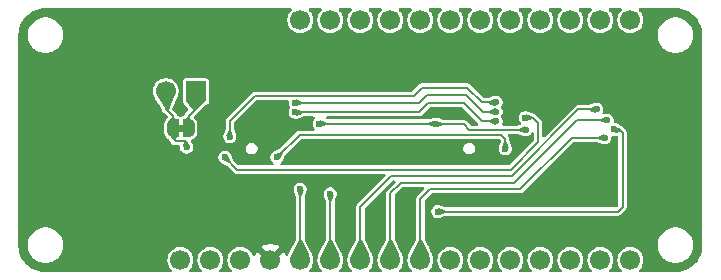
<source format=gbr>
%TF.GenerationSoftware,KiCad,Pcbnew,9.0.1*%
%TF.CreationDate,2025-07-30T00:23:40-04:00*%
%TF.ProjectId,T5848,54353834-382e-46b6-9963-61645f706362,rev?*%
%TF.SameCoordinates,Original*%
%TF.FileFunction,Copper,L1,Top*%
%TF.FilePolarity,Positive*%
%FSLAX46Y46*%
G04 Gerber Fmt 4.6, Leading zero omitted, Abs format (unit mm)*
G04 Created by KiCad (PCBNEW 9.0.1) date 2025-07-30 00:23:40*
%MOMM*%
%LPD*%
G01*
G04 APERTURE LIST*
G04 Aperture macros list*
%AMFreePoly0*
4,1,23,0.500000,-0.750000,0.000000,-0.750000,0.000000,-0.745722,-0.065263,-0.745722,-0.191342,-0.711940,-0.304381,-0.646677,-0.396677,-0.554381,-0.461940,-0.441342,-0.495722,-0.315263,-0.495722,-0.250000,-0.500000,-0.250000,-0.500000,0.250000,-0.495722,0.250000,-0.495722,0.315263,-0.461940,0.441342,-0.396677,0.554381,-0.304381,0.646677,-0.191342,0.711940,-0.065263,0.745722,0.000000,0.745722,
0.000000,0.750000,0.500000,0.750000,0.500000,-0.750000,0.500000,-0.750000,$1*%
%AMFreePoly1*
4,1,23,0.000000,0.745722,0.065263,0.745722,0.191342,0.711940,0.304381,0.646677,0.396677,0.554381,0.461940,0.441342,0.495722,0.315263,0.495722,0.250000,0.500000,0.250000,0.500000,-0.250000,0.495722,-0.250000,0.495722,-0.315263,0.461940,-0.441342,0.396677,-0.554381,0.304381,-0.646677,0.191342,-0.711940,0.065263,-0.745722,0.000000,-0.745722,0.000000,-0.750000,-0.500000,-0.750000,
-0.500000,0.750000,0.000000,0.750000,0.000000,0.745722,0.000000,0.745722,$1*%
G04 Aperture macros list end*
%TA.AperFunction,EtchedComponent*%
%ADD10C,0.000000*%
%TD*%
%TA.AperFunction,ComponentPad*%
%ADD11R,1.700000X1.700000*%
%TD*%
%TA.AperFunction,ComponentPad*%
%ADD12C,1.700000*%
%TD*%
%TA.AperFunction,SMDPad,CuDef*%
%ADD13FreePoly0,0.000000*%
%TD*%
%TA.AperFunction,SMDPad,CuDef*%
%ADD14FreePoly1,0.000000*%
%TD*%
%TA.AperFunction,ViaPad*%
%ADD15C,0.600000*%
%TD*%
%TA.AperFunction,Conductor*%
%ADD16C,0.200000*%
%TD*%
G04 APERTURE END LIST*
D10*
%TA.AperFunction,EtchedComponent*%
%TO.C,JP1*%
G36*
X133550000Y-104300000D02*
G01*
X133050000Y-104300000D01*
X133050000Y-103700000D01*
X133550000Y-103700000D01*
X133550000Y-104300000D01*
G37*
%TD.AperFunction*%
%TD*%
D11*
%TO.P,J3,1,Pin_1*%
%TO.N,+1.8V*%
X134564999Y-100870000D03*
D12*
%TO.P,J3,2,Pin_2*%
%TO.N,Net-(J3-Pin_2)*%
X132024999Y-100870000D03*
%TD*%
D13*
%TO.P,JP1,1,A*%
%TO.N,Net-(J3-Pin_2)*%
X132649999Y-104000002D03*
D14*
%TO.P,JP1,2,B*%
%TO.N,+1.8V*%
X133950001Y-103999998D03*
%TD*%
D12*
%TO.P,J1,1,Pin_1*%
%TO.N,unconnected-(J1-Pin_1-Pad1)*%
X133260000Y-115160000D03*
%TO.P,J1,2,Pin_2*%
%TO.N,VDD*%
X135800000Y-115160000D03*
%TO.P,J1,3,Pin_3*%
%TO.N,unconnected-(J1-Pin_3-Pad3)*%
X138340000Y-115160001D03*
%TO.P,J1,4,Pin_4*%
%TO.N,GND*%
X140880000Y-115160000D03*
%TO.P,J1,5,Pin_5*%
%TO.N,/WS*%
X143420000Y-115160000D03*
%TO.P,J1,6,Pin_6*%
%TO.N,/SCK*%
X145960000Y-115160000D03*
%TO.P,J1,7,Pin_7*%
%TO.N,/SD*%
X148500001Y-115159999D03*
%TO.P,J1,8,Pin_8*%
%TO.N,/THSEL_1*%
X151040000Y-115160001D03*
%TO.P,J1,9,Pin_9*%
%TO.N,/WAKE_1*%
X153579999Y-115160001D03*
%TO.P,J1,10,Pin_10*%
%TO.N,unconnected-(J1-Pin_10-Pad10)*%
X156120000Y-115160000D03*
%TO.P,J1,11,Pin_11*%
%TO.N,unconnected-(J1-Pin_11-Pad11)*%
X158660000Y-115160000D03*
%TO.P,J1,12,Pin_12*%
%TO.N,unconnected-(J1-Pin_12-Pad12)*%
X161200000Y-115160000D03*
%TO.P,J1,13,Pin_13*%
%TO.N,unconnected-(J1-Pin_13-Pad13)*%
X163740001Y-115160000D03*
%TO.P,J1,14,Pin_14*%
%TO.N,unconnected-(J1-Pin_14-Pad14)*%
X166280000Y-115160000D03*
%TO.P,J1,15,Pin_15*%
%TO.N,unconnected-(J1-Pin_15-Pad15)*%
X168820000Y-115160000D03*
%TO.P,J1,16,Pin_16*%
%TO.N,unconnected-(J1-Pin_16-Pad16)*%
X171360000Y-115160001D03*
%TD*%
%TO.P,J2,1,Pin_1*%
%TO.N,unconnected-(J2-Pin_1-Pad1)*%
X143420000Y-94840000D03*
%TO.P,J2,2,Pin_2*%
%TO.N,unconnected-(J2-Pin_2-Pad2)*%
X145960000Y-94840000D03*
%TO.P,J2,3,Pin_3*%
%TO.N,unconnected-(J2-Pin_3-Pad3)*%
X148500000Y-94840001D03*
%TO.P,J2,4,Pin_4*%
%TO.N,unconnected-(J2-Pin_4-Pad4)*%
X151040000Y-94840000D03*
%TO.P,J2,5,Pin_5*%
%TO.N,unconnected-(J2-Pin_5-Pad5)*%
X153580000Y-94840000D03*
%TO.P,J2,6,Pin_6*%
%TO.N,unconnected-(J2-Pin_6-Pad6)*%
X156120000Y-94840000D03*
%TO.P,J2,7,Pin_7*%
%TO.N,unconnected-(J2-Pin_7-Pad7)*%
X158660001Y-94839999D03*
%TO.P,J2,8,Pin_8*%
%TO.N,unconnected-(J2-Pin_8-Pad8)*%
X161200000Y-94840001D03*
%TO.P,J2,9,Pin_9*%
%TO.N,/WAKE_2*%
X163739999Y-94840001D03*
%TO.P,J2,10,Pin_10*%
%TO.N,/THSEL_2*%
X166280000Y-94840000D03*
%TO.P,J2,11,Pin_11*%
%TO.N,unconnected-(J2-Pin_11-Pad11)*%
X168820000Y-94840000D03*
%TO.P,J2,12,Pin_12*%
%TO.N,unconnected-(J2-Pin_12-Pad12)*%
X171360000Y-94840000D03*
%TD*%
D15*
%TO.N,/THSEL_1*%
X169400000Y-103300000D03*
%TO.N,GND*%
X166500000Y-106800000D03*
X171700000Y-107500000D03*
X152300000Y-110050000D03*
X154900000Y-102700000D03*
X165000000Y-97000000D03*
X132800000Y-112200000D03*
X172300000Y-104100000D03*
X172100000Y-102200000D03*
X162480000Y-105080000D03*
X155900000Y-105710000D03*
X141150000Y-104450000D03*
X163000000Y-99500000D03*
X149800000Y-112550000D03*
X139300000Y-100700000D03*
X136500000Y-102700000D03*
X171000000Y-102250000D03*
X132040000Y-106300000D03*
X137520000Y-105710000D03*
X152350000Y-112500000D03*
%TO.N,/WAKE_1*%
X169200000Y-104800000D03*
%TO.N,/WS*%
X143400000Y-109150000D03*
%TO.N,/SD*%
X168500000Y-102400000D03*
%TO.N,+1.8V*%
X162480000Y-104120000D03*
X145000000Y-103600000D03*
X154900000Y-103640000D03*
%TO.N,/SCK*%
X145950000Y-109550000D03*
%TO.N,VDD*%
X155050000Y-111050000D03*
X169990000Y-104100000D03*
%TO.N,/THSEL_1_{LS}*%
X137030000Y-106470000D03*
X162450000Y-103100000D03*
%TO.N,/WAKE_1_{LS}*%
X141430000Y-106470000D03*
X160770000Y-105740000D03*
%TO.N,/WS_{LS}*%
X160000000Y-103400003D03*
X143000000Y-102650000D03*
%TO.N,/SD_{LS}*%
X143000000Y-101850000D03*
X160000000Y-102600000D03*
%TO.N,/SCK_{LS}*%
X137450000Y-104700000D03*
X160000000Y-101800000D03*
%TO.N,Net-(J3-Pin_2)*%
X133780000Y-105600000D03*
%TD*%
D16*
%TO.N,/THSEL_1*%
X169400000Y-103300000D02*
X166800000Y-103300000D01*
X161500000Y-108600000D02*
X151950000Y-108600000D01*
X151040000Y-109510000D02*
X151040000Y-115160001D01*
X151950000Y-108600000D02*
X151040000Y-109510000D01*
X166800000Y-103300000D02*
X161500000Y-108600000D01*
%TO.N,/WAKE_1*%
X162050000Y-109150000D02*
X166400000Y-104800000D01*
X166400000Y-104800000D02*
X169200000Y-104800000D01*
X153579999Y-115160001D02*
X153579999Y-109970001D01*
X154400000Y-109150000D02*
X162050000Y-109150000D01*
X153579999Y-109970001D02*
X154400000Y-109150000D01*
%TO.N,/WS*%
X143400000Y-109150000D02*
X143420000Y-109170000D01*
X143420000Y-109170000D02*
X143420000Y-115160000D01*
%TO.N,/SD*%
X166950000Y-102400000D02*
X168500000Y-102400000D01*
X148500001Y-110649999D02*
X151100000Y-108050000D01*
X161300000Y-108050000D02*
X166950000Y-102400000D01*
X148500001Y-115159999D02*
X148500001Y-110649999D01*
X151100000Y-108050000D02*
X161300000Y-108050000D01*
%TO.N,+1.8V*%
X157720000Y-104120000D02*
X157240000Y-103640000D01*
X157240000Y-103640000D02*
X154900000Y-103640000D01*
X154860000Y-103600000D02*
X154900000Y-103640000D01*
X134564999Y-102335001D02*
X134564999Y-100870000D01*
X162480000Y-104120000D02*
X157720000Y-104120000D01*
X133950001Y-103999998D02*
X133950001Y-102949999D01*
X145000000Y-103600000D02*
X154860000Y-103600000D01*
X133950001Y-102949999D02*
X134564999Y-102335001D01*
%TO.N,/SCK*%
X145960000Y-109560000D02*
X145960000Y-115160000D01*
X145950000Y-109550000D02*
X145960000Y-109560000D01*
%TO.N,VDD*%
X169990000Y-104100000D02*
X170400000Y-104100000D01*
X170700000Y-104400000D02*
X170700000Y-110650000D01*
X170700000Y-110650000D02*
X170300000Y-111050000D01*
X170300000Y-111050000D02*
X155050000Y-111050000D01*
X170400000Y-104100000D02*
X170700000Y-104400000D01*
%TO.N,/THSEL_1_{LS}*%
X161210000Y-107490000D02*
X158890000Y-107490000D01*
X163100000Y-103100000D02*
X163550000Y-103550000D01*
X138050000Y-107490000D02*
X137030000Y-106470000D01*
X163550000Y-103550000D02*
X163550000Y-105150000D01*
X162450000Y-103100000D02*
X163100000Y-103100000D01*
X163550000Y-105150000D02*
X161210000Y-107490000D01*
X158890000Y-107490000D02*
X138290000Y-107490000D01*
X138290000Y-107490000D02*
X138050000Y-107490000D01*
%TO.N,/WAKE_1_{LS}*%
X160770000Y-104930000D02*
X160770000Y-105740000D01*
X143360000Y-104540000D02*
X160380000Y-104540000D01*
X160380000Y-104540000D02*
X160770000Y-104930000D01*
X141430000Y-106470000D02*
X143360000Y-104540000D01*
%TO.N,/WS_{LS}*%
X159999997Y-103400000D02*
X160000000Y-103400003D01*
X153450000Y-102650000D02*
X154250000Y-101850000D01*
X154250000Y-101850000D02*
X157250000Y-101850000D01*
X157250000Y-101850000D02*
X158800000Y-103400000D01*
X143000000Y-102650000D02*
X153450000Y-102650000D01*
X158800000Y-103400000D02*
X159999997Y-103400000D01*
%TO.N,/SD_{LS}*%
X143000000Y-101850000D02*
X143000003Y-101849997D01*
X157450000Y-101200000D02*
X158850000Y-102600000D01*
X158850000Y-102600000D02*
X160000000Y-102600000D01*
X154100000Y-101200000D02*
X157450000Y-101200000D01*
X143000003Y-101849997D02*
X153450003Y-101849997D01*
X153450003Y-101849997D02*
X154100000Y-101200000D01*
%TO.N,/SCK_{LS}*%
X139550000Y-101250000D02*
X153000000Y-101250000D01*
X157550000Y-100550000D02*
X158800000Y-101800000D01*
X158800000Y-101800000D02*
X160000000Y-101800000D01*
X137450000Y-104700000D02*
X137450000Y-103350000D01*
X153700000Y-100550000D02*
X157550000Y-100550000D01*
X153000000Y-101250000D02*
X153700000Y-100550000D01*
X137450000Y-103350000D02*
X139550000Y-101250000D01*
%TO.N,Net-(J3-Pin_2)*%
X133780000Y-105220000D02*
X133660000Y-105100000D01*
X132890000Y-105100000D02*
X132649999Y-104859999D01*
X132649999Y-102949999D02*
X132024999Y-102324999D01*
X133780000Y-105600000D02*
X133780000Y-105220000D01*
X132024999Y-102324999D02*
X132024999Y-100870000D01*
X132649999Y-104859999D02*
X132649999Y-104000002D01*
X132649999Y-104000002D02*
X132649999Y-102949999D01*
X133660000Y-105100000D02*
X132890000Y-105100000D01*
%TD*%
%TA.AperFunction,Conductor*%
%TO.N,Net-(J3-Pin_2)*%
G36*
X133737652Y-105038895D02*
G01*
X133738787Y-105040212D01*
X134022169Y-105423494D01*
X134024332Y-105432184D01*
X134019717Y-105439858D01*
X134019293Y-105440157D01*
X133784756Y-105597981D01*
X133775979Y-105599757D01*
X133775920Y-105599745D01*
X133543970Y-105553162D01*
X133498116Y-105543953D01*
X133490681Y-105538965D01*
X133488950Y-105530179D01*
X133489146Y-105529360D01*
X133588465Y-105173664D01*
X133591458Y-105168543D01*
X133721107Y-105038894D01*
X133729379Y-105035468D01*
X133737652Y-105038895D01*
G37*
%TD.AperFunction*%
%TD*%
%TA.AperFunction,Conductor*%
%TO.N,+1.8V*%
G36*
X145071282Y-103310389D02*
G01*
X145586525Y-103497204D01*
X145593134Y-103503244D01*
X145594236Y-103508202D01*
X145594236Y-103691797D01*
X145590809Y-103700070D01*
X145586524Y-103702796D01*
X145071290Y-103889608D01*
X145062344Y-103889207D01*
X145056303Y-103882597D01*
X145055837Y-103880939D01*
X144999469Y-103602318D01*
X144999469Y-103597680D01*
X145055835Y-103319067D01*
X145060834Y-103311641D01*
X145069622Y-103309922D01*
X145071282Y-103310389D01*
G37*
%TD.AperFunction*%
%TD*%
%TA.AperFunction,Conductor*%
%TO.N,Net-(J3-Pin_2)*%
G36*
X132751707Y-103007707D02*
G01*
X132753420Y-103009884D01*
X132897168Y-103245364D01*
X132898554Y-103254211D01*
X132898283Y-103255155D01*
X132660544Y-103969322D01*
X132654680Y-103976090D01*
X132645748Y-103976728D01*
X132638980Y-103970864D01*
X132638468Y-103969681D01*
X132401693Y-103326529D01*
X132402051Y-103317582D01*
X132546833Y-103010983D01*
X132553465Y-103004966D01*
X132557413Y-103004280D01*
X132743434Y-103004280D01*
X132751707Y-103007707D01*
G37*
%TD.AperFunction*%
%TD*%
%TA.AperFunction,Conductor*%
%TO.N,+1.8V*%
G36*
X154971282Y-103350389D02*
G01*
X155486525Y-103537204D01*
X155493134Y-103543244D01*
X155494236Y-103548202D01*
X155494236Y-103731797D01*
X155490809Y-103740070D01*
X155486524Y-103742796D01*
X154971290Y-103929608D01*
X154962344Y-103929207D01*
X154956303Y-103922597D01*
X154955837Y-103920939D01*
X154899469Y-103642318D01*
X154899469Y-103637680D01*
X154955835Y-103359067D01*
X154960834Y-103351641D01*
X154969622Y-103349922D01*
X154971282Y-103350389D01*
G37*
%TD.AperFunction*%
%TD*%
%TA.AperFunction,Conductor*%
%TO.N,/WAKE_1_{LS}*%
G36*
X141785277Y-105984902D02*
G01*
X141915097Y-106114722D01*
X141918524Y-106122995D01*
X141917422Y-106127953D01*
X141685193Y-106624373D01*
X141678583Y-106630414D01*
X141669637Y-106630013D01*
X141668127Y-106629164D01*
X141431265Y-106472015D01*
X141427984Y-106468734D01*
X141270835Y-106231872D01*
X141269116Y-106223084D01*
X141274116Y-106215655D01*
X141275621Y-106214808D01*
X141772048Y-105982576D01*
X141780992Y-105982176D01*
X141785277Y-105984902D01*
G37*
%TD.AperFunction*%
%TD*%
%TA.AperFunction,Conductor*%
%TO.N,+1.8V*%
G36*
X134050860Y-103007703D02*
G01*
X134053167Y-103010980D01*
X134197906Y-103317488D01*
X134198340Y-103326432D01*
X134198306Y-103326526D01*
X133961536Y-103969665D01*
X133955462Y-103976245D01*
X133946514Y-103976603D01*
X133939934Y-103970529D01*
X133939455Y-103969318D01*
X133723944Y-103321924D01*
X133701716Y-103255150D01*
X133702354Y-103246219D01*
X133702818Y-103245382D01*
X133846580Y-103009879D01*
X133853815Y-103004604D01*
X133856566Y-103004276D01*
X134042587Y-103004276D01*
X134050860Y-103007703D01*
G37*
%TD.AperFunction*%
%TD*%
%TA.AperFunction,Conductor*%
%TO.N,/THSEL_1*%
G36*
X151141048Y-113479761D02*
G01*
X151143236Y-113482794D01*
X151742129Y-114678542D01*
X151742770Y-114687474D01*
X151738178Y-114693504D01*
X151046510Y-115156641D01*
X151037729Y-115158396D01*
X151033490Y-115156641D01*
X150341821Y-114693504D01*
X150336854Y-114686053D01*
X150337869Y-114678544D01*
X150936764Y-113482793D01*
X150943533Y-113476932D01*
X150947225Y-113476334D01*
X151132775Y-113476334D01*
X151141048Y-113479761D01*
G37*
%TD.AperFunction*%
%TD*%
%TA.AperFunction,Conductor*%
%TO.N,/SD_{LS}*%
G36*
X159937655Y-102310792D02*
G01*
X159943696Y-102317402D01*
X159944165Y-102319070D01*
X160000530Y-102597680D01*
X160000530Y-102602320D01*
X159944165Y-102880929D01*
X159939165Y-102888358D01*
X159930377Y-102890077D01*
X159928709Y-102889608D01*
X159413476Y-102702796D01*
X159406866Y-102696755D01*
X159405764Y-102691797D01*
X159405764Y-102508202D01*
X159409191Y-102499929D01*
X159413473Y-102497204D01*
X159928711Y-102310391D01*
X159937655Y-102310792D01*
G37*
%TD.AperFunction*%
%TD*%
%TA.AperFunction,Conductor*%
%TO.N,+1.8V*%
G36*
X134573542Y-100878002D02*
G01*
X134573953Y-100878435D01*
X135325650Y-101711692D01*
X135328648Y-101720129D01*
X135325179Y-101727857D01*
X134477813Y-102563720D01*
X134469517Y-102567091D01*
X134461324Y-102563664D01*
X134328426Y-102430766D01*
X134327841Y-102430137D01*
X133722101Y-101728229D01*
X133719291Y-101719727D01*
X133722685Y-101712313D01*
X134556997Y-100878001D01*
X134565269Y-100874575D01*
X134573542Y-100878002D01*
G37*
%TD.AperFunction*%
%TD*%
%TA.AperFunction,Conductor*%
%TO.N,/WAKE_1*%
G36*
X169137655Y-104510792D02*
G01*
X169143696Y-104517402D01*
X169144165Y-104519070D01*
X169200530Y-104797680D01*
X169200530Y-104802320D01*
X169144165Y-105080929D01*
X169139165Y-105088358D01*
X169130377Y-105090077D01*
X169128709Y-105089608D01*
X168613476Y-104902796D01*
X168606866Y-104896755D01*
X168605764Y-104891797D01*
X168605764Y-104708202D01*
X168609191Y-104699929D01*
X168613473Y-104697204D01*
X169128711Y-104510391D01*
X169137655Y-104510792D01*
G37*
%TD.AperFunction*%
%TD*%
%TA.AperFunction,Conductor*%
%TO.N,/WS_{LS}*%
G36*
X143071282Y-102360389D02*
G01*
X143586525Y-102547204D01*
X143593134Y-102553244D01*
X143594236Y-102558202D01*
X143594236Y-102741797D01*
X143590809Y-102750070D01*
X143586524Y-102752796D01*
X143071290Y-102939608D01*
X143062344Y-102939207D01*
X143056303Y-102932597D01*
X143055837Y-102930939D01*
X142999469Y-102652318D01*
X142999469Y-102647680D01*
X143055835Y-102369067D01*
X143060834Y-102361641D01*
X143069622Y-102359922D01*
X143071282Y-102360389D01*
G37*
%TD.AperFunction*%
%TD*%
%TA.AperFunction,Conductor*%
%TO.N,VDD*%
G36*
X170166277Y-103857240D02*
G01*
X170166337Y-103857281D01*
X170412427Y-104028428D01*
X170589500Y-104151576D01*
X170594336Y-104159113D01*
X170592425Y-104167861D01*
X170591093Y-104169454D01*
X170461952Y-104298595D01*
X170456268Y-104301732D01*
X170060225Y-104391582D01*
X170051398Y-104390071D01*
X170046226Y-104382761D01*
X170046165Y-104382476D01*
X170003383Y-104169454D01*
X169990254Y-104104078D01*
X169991985Y-104095293D01*
X169992018Y-104095243D01*
X170150039Y-103860414D01*
X170157500Y-103855464D01*
X170166277Y-103857240D01*
G37*
%TD.AperFunction*%
%TD*%
%TA.AperFunction,Conductor*%
%TO.N,/SCK*%
G36*
X146231149Y-109605879D02*
G01*
X146238578Y-109610879D01*
X146240297Y-109619667D01*
X146239893Y-109621152D01*
X146062715Y-110136341D01*
X146056784Y-110143050D01*
X146051651Y-110144236D01*
X145868060Y-110144236D01*
X145859787Y-110140809D01*
X145857128Y-110136704D01*
X145660681Y-109621425D01*
X145660935Y-109612474D01*
X145667445Y-109606325D01*
X145669282Y-109605792D01*
X145947682Y-109549469D01*
X145952318Y-109549469D01*
X146231149Y-109605879D01*
G37*
%TD.AperFunction*%
%TD*%
%TA.AperFunction,Conductor*%
%TO.N,/THSEL_1*%
G36*
X169337655Y-103010792D02*
G01*
X169343696Y-103017402D01*
X169344165Y-103019070D01*
X169400530Y-103297680D01*
X169400530Y-103302320D01*
X169344165Y-103580929D01*
X169339165Y-103588358D01*
X169330377Y-103590077D01*
X169328709Y-103589608D01*
X168813476Y-103402796D01*
X168806866Y-103396755D01*
X168805764Y-103391797D01*
X168805764Y-103208202D01*
X168809191Y-103199929D01*
X168813473Y-103197204D01*
X169328711Y-103010391D01*
X169337655Y-103010792D01*
G37*
%TD.AperFunction*%
%TD*%
%TA.AperFunction,Conductor*%
%TO.N,Net-(J3-Pin_2)*%
G36*
X132662336Y-104029472D02*
G01*
X132663028Y-104030816D01*
X132959246Y-104710568D01*
X132972953Y-104742023D01*
X132973116Y-104750976D01*
X132969787Y-104755626D01*
X132816697Y-104885245D01*
X132816673Y-104885267D01*
X132685416Y-105016524D01*
X132677143Y-105019951D01*
X132668870Y-105016524D01*
X132667370Y-105014683D01*
X132473171Y-104719362D01*
X132471490Y-104710568D01*
X132471589Y-104710127D01*
X132640952Y-104032652D01*
X132646283Y-104025459D01*
X132655141Y-104024141D01*
X132662336Y-104029472D01*
G37*
%TD.AperFunction*%
%TD*%
%TA.AperFunction,Conductor*%
%TO.N,/THSEL_1_{LS}*%
G36*
X162521282Y-102810389D02*
G01*
X163036525Y-102997204D01*
X163043134Y-103003244D01*
X163044236Y-103008202D01*
X163044236Y-103191797D01*
X163040809Y-103200070D01*
X163036524Y-103202796D01*
X162521290Y-103389608D01*
X162512344Y-103389207D01*
X162506303Y-103382597D01*
X162505837Y-103380939D01*
X162449469Y-103102318D01*
X162449469Y-103097680D01*
X162505835Y-102819067D01*
X162510834Y-102811641D01*
X162519622Y-102809922D01*
X162521282Y-102810389D01*
G37*
%TD.AperFunction*%
%TD*%
%TA.AperFunction,Conductor*%
%TO.N,/WS_{LS}*%
G36*
X159937655Y-103110795D02*
G01*
X159943696Y-103117405D01*
X159944165Y-103119073D01*
X160000530Y-103397683D01*
X160000530Y-103402323D01*
X159944165Y-103680932D01*
X159939165Y-103688361D01*
X159930377Y-103690080D01*
X159928709Y-103689611D01*
X159413476Y-103502796D01*
X159406866Y-103496755D01*
X159405764Y-103491797D01*
X159405764Y-103308202D01*
X159409191Y-103299929D01*
X159413472Y-103297204D01*
X159928711Y-103110394D01*
X159937655Y-103110795D01*
G37*
%TD.AperFunction*%
%TD*%
%TA.AperFunction,Conductor*%
%TO.N,VDD*%
G36*
X155121282Y-110760389D02*
G01*
X155636525Y-110947204D01*
X155643134Y-110953244D01*
X155644236Y-110958202D01*
X155644236Y-111141797D01*
X155640809Y-111150070D01*
X155636524Y-111152796D01*
X155121290Y-111339608D01*
X155112344Y-111339207D01*
X155106303Y-111332597D01*
X155105837Y-111330939D01*
X155049469Y-111052318D01*
X155049469Y-111047680D01*
X155105835Y-110769067D01*
X155110834Y-110761641D01*
X155119622Y-110759922D01*
X155121282Y-110760389D01*
G37*
%TD.AperFunction*%
%TD*%
%TA.AperFunction,Conductor*%
%TO.N,+1.8V*%
G36*
X154838181Y-103350277D02*
G01*
X154843763Y-103357279D01*
X154843988Y-103358196D01*
X154900030Y-103635210D01*
X154898311Y-103643998D01*
X154898272Y-103644057D01*
X154738804Y-103881294D01*
X154731345Y-103886248D01*
X154724354Y-103885464D01*
X154312724Y-103703083D01*
X154306549Y-103696599D01*
X154305764Y-103692386D01*
X154305764Y-103508806D01*
X154309191Y-103500533D01*
X154314225Y-103497563D01*
X154829284Y-103349273D01*
X154838181Y-103350277D01*
G37*
%TD.AperFunction*%
%TD*%
%TA.AperFunction,Conductor*%
%TO.N,Net-(J3-Pin_2)*%
G36*
X132030800Y-100873644D02*
G01*
X132723575Y-101336771D01*
X132728549Y-101344218D01*
X132727775Y-101351226D01*
X132258285Y-102413981D01*
X132255856Y-102417526D01*
X132126146Y-102547236D01*
X132117873Y-102550663D01*
X132109600Y-102547236D01*
X132108092Y-102545384D01*
X131324611Y-101351925D01*
X131322936Y-101343128D01*
X131327880Y-101335784D01*
X132017787Y-100873649D01*
X132026567Y-100871893D01*
X132030800Y-100873644D01*
G37*
%TD.AperFunction*%
%TD*%
%TA.AperFunction,Conductor*%
%TO.N,/SD*%
G36*
X168437655Y-102110792D02*
G01*
X168443696Y-102117402D01*
X168444165Y-102119070D01*
X168500530Y-102397680D01*
X168500530Y-102402320D01*
X168444165Y-102680929D01*
X168439165Y-102688358D01*
X168430377Y-102690077D01*
X168428709Y-102689608D01*
X167913476Y-102502796D01*
X167906866Y-102496755D01*
X167905764Y-102491797D01*
X167905764Y-102308202D01*
X167909191Y-102299929D01*
X167913473Y-102297204D01*
X168428711Y-102110391D01*
X168437655Y-102110792D01*
G37*
%TD.AperFunction*%
%TD*%
%TA.AperFunction,Conductor*%
%TO.N,/SCK_{LS}*%
G36*
X159937655Y-101510792D02*
G01*
X159943696Y-101517402D01*
X159944165Y-101519070D01*
X160000530Y-101797680D01*
X160000530Y-101802320D01*
X159944165Y-102080929D01*
X159939165Y-102088358D01*
X159930377Y-102090077D01*
X159928709Y-102089608D01*
X159413476Y-101902796D01*
X159406866Y-101896755D01*
X159405764Y-101891797D01*
X159405764Y-101708202D01*
X159409191Y-101699929D01*
X159413473Y-101697204D01*
X159928711Y-101510391D01*
X159937655Y-101510792D01*
G37*
%TD.AperFunction*%
%TD*%
%TA.AperFunction,Conductor*%
%TO.N,/SD*%
G36*
X148601049Y-113479759D02*
G01*
X148603237Y-113482792D01*
X149202130Y-114678540D01*
X149202771Y-114687472D01*
X149198179Y-114693502D01*
X148506511Y-115156639D01*
X148497730Y-115158394D01*
X148493491Y-115156639D01*
X147801822Y-114693502D01*
X147796855Y-114686051D01*
X147797870Y-114678542D01*
X148396765Y-113482791D01*
X148403534Y-113476930D01*
X148407226Y-113476332D01*
X148592776Y-113476332D01*
X148601049Y-113479759D01*
G37*
%TD.AperFunction*%
%TD*%
%TA.AperFunction,Conductor*%
%TO.N,/SCK_{LS}*%
G36*
X137550070Y-104109191D02*
G01*
X137552796Y-104113476D01*
X137739608Y-104628709D01*
X137739207Y-104637655D01*
X137732597Y-104643696D01*
X137730929Y-104644165D01*
X137452320Y-104700530D01*
X137447680Y-104700530D01*
X137169070Y-104644165D01*
X137161641Y-104639165D01*
X137159922Y-104630377D01*
X137160387Y-104628720D01*
X137347204Y-104113476D01*
X137353245Y-104106866D01*
X137358203Y-104105764D01*
X137541797Y-104105764D01*
X137550070Y-104109191D01*
G37*
%TD.AperFunction*%
%TD*%
%TA.AperFunction,Conductor*%
%TO.N,+1.8V*%
G36*
X162417655Y-103830792D02*
G01*
X162423696Y-103837402D01*
X162424165Y-103839070D01*
X162480530Y-104117680D01*
X162480530Y-104122320D01*
X162424165Y-104400929D01*
X162419165Y-104408358D01*
X162410377Y-104410077D01*
X162408709Y-104409608D01*
X161893476Y-104222796D01*
X161886866Y-104216755D01*
X161885764Y-104211797D01*
X161885764Y-104028202D01*
X161889191Y-104019929D01*
X161893473Y-104017204D01*
X162408711Y-103830391D01*
X162417655Y-103830792D01*
G37*
%TD.AperFunction*%
%TD*%
%TA.AperFunction,Conductor*%
%TO.N,/THSEL_1_{LS}*%
G36*
X137284344Y-106314116D02*
G01*
X137285193Y-106315626D01*
X137357080Y-106469293D01*
X137476791Y-106725193D01*
X137517422Y-106812046D01*
X137517823Y-106820992D01*
X137515097Y-106825277D01*
X137385277Y-106955097D01*
X137377004Y-106958524D01*
X137372047Y-106957422D01*
X137221428Y-106886961D01*
X136875626Y-106725193D01*
X136869585Y-106718583D01*
X136869986Y-106709637D01*
X136870835Y-106708127D01*
X137027985Y-106471263D01*
X137031263Y-106467985D01*
X137268127Y-106310834D01*
X137276915Y-106309116D01*
X137284344Y-106314116D01*
G37*
%TD.AperFunction*%
%TD*%
%TA.AperFunction,Conductor*%
%TO.N,/WAKE_1_{LS}*%
G36*
X160870070Y-105149191D02*
G01*
X160872796Y-105153476D01*
X161059608Y-105668709D01*
X161059207Y-105677655D01*
X161052597Y-105683696D01*
X161050929Y-105684165D01*
X160772320Y-105740530D01*
X160767680Y-105740530D01*
X160489070Y-105684165D01*
X160481641Y-105679165D01*
X160479922Y-105670377D01*
X160480387Y-105668720D01*
X160667204Y-105153476D01*
X160673245Y-105146866D01*
X160678203Y-105145764D01*
X160861797Y-105145764D01*
X160870070Y-105149191D01*
G37*
%TD.AperFunction*%
%TD*%
%TA.AperFunction,Conductor*%
%TO.N,/SCK*%
G36*
X146061048Y-113479760D02*
G01*
X146063236Y-113482793D01*
X146662129Y-114678541D01*
X146662770Y-114687473D01*
X146658178Y-114693503D01*
X145966510Y-115156640D01*
X145957729Y-115158395D01*
X145953490Y-115156640D01*
X145261821Y-114693503D01*
X145256854Y-114686052D01*
X145257869Y-114678543D01*
X145856764Y-113482792D01*
X145863533Y-113476931D01*
X145867225Y-113476333D01*
X146052775Y-113476333D01*
X146061048Y-113479760D01*
G37*
%TD.AperFunction*%
%TD*%
%TA.AperFunction,Conductor*%
%TO.N,/WS*%
G36*
X143608279Y-109191137D02*
G01*
X143681369Y-109205924D01*
X143688798Y-109210924D01*
X143690517Y-109219712D01*
X143690175Y-109221011D01*
X143522628Y-109736155D01*
X143516811Y-109742962D01*
X143511502Y-109744236D01*
X143327922Y-109744236D01*
X143319649Y-109740809D01*
X143317058Y-109736880D01*
X143110974Y-109221556D01*
X143111084Y-109212602D01*
X143117494Y-109206348D01*
X143119513Y-109205745D01*
X143397682Y-109149469D01*
X143402318Y-109149469D01*
X143608279Y-109191137D01*
G37*
%TD.AperFunction*%
%TD*%
%TA.AperFunction,Conductor*%
%TO.N,/WS*%
G36*
X143521048Y-113479760D02*
G01*
X143523236Y-113482793D01*
X144122129Y-114678541D01*
X144122770Y-114687473D01*
X144118178Y-114693503D01*
X143426510Y-115156640D01*
X143417729Y-115158395D01*
X143413490Y-115156640D01*
X142721821Y-114693503D01*
X142716854Y-114686052D01*
X142717869Y-114678543D01*
X143316764Y-113482792D01*
X143323533Y-113476931D01*
X143327225Y-113476333D01*
X143512775Y-113476333D01*
X143521048Y-113479760D01*
G37*
%TD.AperFunction*%
%TD*%
%TA.AperFunction,Conductor*%
%TO.N,/SD_{LS}*%
G36*
X143071283Y-101560389D02*
G01*
X143586525Y-101747201D01*
X143593134Y-101753241D01*
X143594236Y-101758199D01*
X143594236Y-101941794D01*
X143590809Y-101950067D01*
X143586524Y-101952793D01*
X143071290Y-102139608D01*
X143062344Y-102139207D01*
X143056303Y-102132597D01*
X143055837Y-102130939D01*
X142999469Y-101852318D01*
X142999469Y-101847680D01*
X143018575Y-101753241D01*
X143055835Y-101569067D01*
X143060834Y-101561641D01*
X143069622Y-101559922D01*
X143071283Y-101560389D01*
G37*
%TD.AperFunction*%
%TD*%
%TA.AperFunction,Conductor*%
%TO.N,/WAKE_1*%
G36*
X153681047Y-113479761D02*
G01*
X153683235Y-113482794D01*
X154282128Y-114678542D01*
X154282769Y-114687474D01*
X154278177Y-114693504D01*
X153586509Y-115156641D01*
X153577728Y-115158396D01*
X153573489Y-115156641D01*
X152881820Y-114693504D01*
X152876853Y-114686053D01*
X152877868Y-114678544D01*
X153476763Y-113482793D01*
X153483532Y-113476932D01*
X153487224Y-113476334D01*
X153672774Y-113476334D01*
X153681047Y-113479761D01*
G37*
%TD.AperFunction*%
%TD*%
%TA.AperFunction,Conductor*%
%TO.N,GND*%
G36*
X142650835Y-93840185D02*
G01*
X142696590Y-93892989D01*
X142706534Y-93962147D01*
X142677509Y-94025703D01*
X142671477Y-94032181D01*
X142580588Y-94123069D01*
X142580588Y-94123070D01*
X142580586Y-94123072D01*
X142536859Y-94183256D01*
X142478768Y-94263211D01*
X142400128Y-94417552D01*
X142346597Y-94582302D01*
X142319500Y-94753389D01*
X142319500Y-94926610D01*
X142346597Y-95097697D01*
X142346597Y-95097699D01*
X142346598Y-95097701D01*
X142400127Y-95262445D01*
X142478768Y-95416788D01*
X142580586Y-95556928D01*
X142703072Y-95679414D01*
X142843212Y-95781232D01*
X142997555Y-95859873D01*
X143162299Y-95913402D01*
X143333389Y-95940500D01*
X143333390Y-95940500D01*
X143506610Y-95940500D01*
X143506611Y-95940500D01*
X143677701Y-95913402D01*
X143842445Y-95859873D01*
X143996788Y-95781232D01*
X144136928Y-95679414D01*
X144259414Y-95556928D01*
X144361232Y-95416788D01*
X144439873Y-95262445D01*
X144493402Y-95097701D01*
X144520500Y-94926611D01*
X144520500Y-94753389D01*
X144493402Y-94582299D01*
X144439873Y-94417555D01*
X144361232Y-94263212D01*
X144259414Y-94123072D01*
X144168523Y-94032181D01*
X144135038Y-93970858D01*
X144140022Y-93901166D01*
X144181894Y-93845233D01*
X144247358Y-93820816D01*
X144256204Y-93820500D01*
X145123796Y-93820500D01*
X145190835Y-93840185D01*
X145236590Y-93892989D01*
X145246534Y-93962147D01*
X145217509Y-94025703D01*
X145211477Y-94032181D01*
X145120588Y-94123069D01*
X145120588Y-94123070D01*
X145120586Y-94123072D01*
X145076859Y-94183256D01*
X145018768Y-94263211D01*
X144940128Y-94417552D01*
X144886597Y-94582302D01*
X144859500Y-94753389D01*
X144859500Y-94926610D01*
X144886597Y-95097697D01*
X144886597Y-95097699D01*
X144886598Y-95097701D01*
X144940127Y-95262445D01*
X145018768Y-95416788D01*
X145120586Y-95556928D01*
X145243072Y-95679414D01*
X145383212Y-95781232D01*
X145537555Y-95859873D01*
X145702299Y-95913402D01*
X145873389Y-95940500D01*
X145873390Y-95940500D01*
X146046610Y-95940500D01*
X146046611Y-95940500D01*
X146217701Y-95913402D01*
X146382445Y-95859873D01*
X146536788Y-95781232D01*
X146676928Y-95679414D01*
X146799414Y-95556928D01*
X146901232Y-95416788D01*
X146979873Y-95262445D01*
X147033402Y-95097701D01*
X147060500Y-94926611D01*
X147060500Y-94753389D01*
X147033402Y-94582299D01*
X146979873Y-94417555D01*
X146901232Y-94263212D01*
X146799414Y-94123072D01*
X146708523Y-94032181D01*
X146675038Y-93970858D01*
X146680022Y-93901166D01*
X146721894Y-93845233D01*
X146787358Y-93820816D01*
X146796204Y-93820500D01*
X147663797Y-93820500D01*
X147730836Y-93840185D01*
X147776591Y-93892989D01*
X147786535Y-93962147D01*
X147757510Y-94025703D01*
X147751478Y-94032181D01*
X147660588Y-94123070D01*
X147660588Y-94123071D01*
X147660586Y-94123073D01*
X147616859Y-94183257D01*
X147558768Y-94263212D01*
X147480128Y-94417553D01*
X147426597Y-94582303D01*
X147422290Y-94609500D01*
X147399500Y-94753390D01*
X147399500Y-94926612D01*
X147426598Y-95097702D01*
X147480126Y-95262444D01*
X147480128Y-95262448D01*
X147511269Y-95323566D01*
X147558768Y-95416789D01*
X147660586Y-95556929D01*
X147783072Y-95679415D01*
X147923212Y-95781233D01*
X148077555Y-95859874D01*
X148242299Y-95913403D01*
X148413389Y-95940501D01*
X148413390Y-95940501D01*
X148586610Y-95940501D01*
X148586611Y-95940501D01*
X148757701Y-95913403D01*
X148922445Y-95859874D01*
X149076788Y-95781233D01*
X149216928Y-95679415D01*
X149339414Y-95556929D01*
X149441232Y-95416789D01*
X149519873Y-95262446D01*
X149573402Y-95097702D01*
X149600500Y-94926612D01*
X149600500Y-94753390D01*
X149573402Y-94582300D01*
X149519873Y-94417556D01*
X149441232Y-94263213D01*
X149339414Y-94123073D01*
X149248522Y-94032181D01*
X149215037Y-93970858D01*
X149220021Y-93901166D01*
X149261893Y-93845233D01*
X149327357Y-93820816D01*
X149336203Y-93820500D01*
X150203796Y-93820500D01*
X150270835Y-93840185D01*
X150316590Y-93892989D01*
X150326534Y-93962147D01*
X150297509Y-94025703D01*
X150291477Y-94032181D01*
X150200588Y-94123069D01*
X150200588Y-94123070D01*
X150200586Y-94123072D01*
X150156859Y-94183256D01*
X150098768Y-94263211D01*
X150020128Y-94417552D01*
X149966597Y-94582302D01*
X149939500Y-94753389D01*
X149939500Y-94926610D01*
X149966597Y-95097697D01*
X149966597Y-95097699D01*
X149966598Y-95097701D01*
X150020127Y-95262445D01*
X150098768Y-95416788D01*
X150200586Y-95556928D01*
X150323072Y-95679414D01*
X150463212Y-95781232D01*
X150617555Y-95859873D01*
X150782299Y-95913402D01*
X150953389Y-95940500D01*
X150953390Y-95940500D01*
X151126610Y-95940500D01*
X151126611Y-95940500D01*
X151297701Y-95913402D01*
X151462445Y-95859873D01*
X151616788Y-95781232D01*
X151756928Y-95679414D01*
X151879414Y-95556928D01*
X151981232Y-95416788D01*
X152059873Y-95262445D01*
X152113402Y-95097701D01*
X152140500Y-94926611D01*
X152140500Y-94753389D01*
X152113402Y-94582299D01*
X152059873Y-94417555D01*
X151981232Y-94263212D01*
X151879414Y-94123072D01*
X151788523Y-94032181D01*
X151755038Y-93970858D01*
X151760022Y-93901166D01*
X151801894Y-93845233D01*
X151867358Y-93820816D01*
X151876204Y-93820500D01*
X152743796Y-93820500D01*
X152810835Y-93840185D01*
X152856590Y-93892989D01*
X152866534Y-93962147D01*
X152837509Y-94025703D01*
X152831477Y-94032181D01*
X152740588Y-94123069D01*
X152740588Y-94123070D01*
X152740586Y-94123072D01*
X152696859Y-94183256D01*
X152638768Y-94263211D01*
X152560128Y-94417552D01*
X152506597Y-94582302D01*
X152479500Y-94753389D01*
X152479500Y-94926610D01*
X152506597Y-95097697D01*
X152506597Y-95097699D01*
X152506598Y-95097701D01*
X152560127Y-95262445D01*
X152638768Y-95416788D01*
X152740586Y-95556928D01*
X152863072Y-95679414D01*
X153003212Y-95781232D01*
X153157555Y-95859873D01*
X153322299Y-95913402D01*
X153493389Y-95940500D01*
X153493390Y-95940500D01*
X153666610Y-95940500D01*
X153666611Y-95940500D01*
X153837701Y-95913402D01*
X154002445Y-95859873D01*
X154156788Y-95781232D01*
X154296928Y-95679414D01*
X154419414Y-95556928D01*
X154521232Y-95416788D01*
X154599873Y-95262445D01*
X154653402Y-95097701D01*
X154680500Y-94926611D01*
X154680500Y-94753389D01*
X154653402Y-94582299D01*
X154599873Y-94417555D01*
X154521232Y-94263212D01*
X154419414Y-94123072D01*
X154328523Y-94032181D01*
X154295038Y-93970858D01*
X154300022Y-93901166D01*
X154341894Y-93845233D01*
X154407358Y-93820816D01*
X154416204Y-93820500D01*
X155283796Y-93820500D01*
X155350835Y-93840185D01*
X155396590Y-93892989D01*
X155406534Y-93962147D01*
X155377509Y-94025703D01*
X155371477Y-94032181D01*
X155280588Y-94123069D01*
X155280588Y-94123070D01*
X155280586Y-94123072D01*
X155236859Y-94183256D01*
X155178768Y-94263211D01*
X155100128Y-94417552D01*
X155046597Y-94582302D01*
X155019500Y-94753389D01*
X155019500Y-94926610D01*
X155046597Y-95097697D01*
X155046597Y-95097699D01*
X155046598Y-95097701D01*
X155100127Y-95262445D01*
X155178768Y-95416788D01*
X155280586Y-95556928D01*
X155403072Y-95679414D01*
X155543212Y-95781232D01*
X155697555Y-95859873D01*
X155862299Y-95913402D01*
X156033389Y-95940500D01*
X156033390Y-95940500D01*
X156206610Y-95940500D01*
X156206611Y-95940500D01*
X156377701Y-95913402D01*
X156542445Y-95859873D01*
X156696788Y-95781232D01*
X156836928Y-95679414D01*
X156959414Y-95556928D01*
X157061232Y-95416788D01*
X157139873Y-95262445D01*
X157193402Y-95097701D01*
X157220500Y-94926611D01*
X157220500Y-94753389D01*
X157193402Y-94582299D01*
X157139873Y-94417555D01*
X157061232Y-94263212D01*
X156959414Y-94123072D01*
X156868523Y-94032181D01*
X156835038Y-93970858D01*
X156840022Y-93901166D01*
X156881894Y-93845233D01*
X156947358Y-93820816D01*
X156956204Y-93820500D01*
X157823796Y-93820500D01*
X157890835Y-93840185D01*
X157936590Y-93892989D01*
X157946534Y-93962147D01*
X157917509Y-94025703D01*
X157911477Y-94032181D01*
X157820589Y-94123068D01*
X157820589Y-94123069D01*
X157820587Y-94123071D01*
X157820586Y-94123073D01*
X157718769Y-94263210D01*
X157640129Y-94417551D01*
X157586598Y-94582301D01*
X157559501Y-94753388D01*
X157559501Y-94926609D01*
X157586598Y-95097696D01*
X157586598Y-95097698D01*
X157586599Y-95097700D01*
X157640128Y-95262444D01*
X157718769Y-95416787D01*
X157820587Y-95556927D01*
X157943073Y-95679413D01*
X158083213Y-95781231D01*
X158237556Y-95859872D01*
X158402300Y-95913401D01*
X158573390Y-95940499D01*
X158573391Y-95940499D01*
X158746611Y-95940499D01*
X158746612Y-95940499D01*
X158917702Y-95913401D01*
X159082446Y-95859872D01*
X159236789Y-95781231D01*
X159376929Y-95679413D01*
X159499415Y-95556927D01*
X159601233Y-95416787D01*
X159679874Y-95262444D01*
X159733403Y-95097700D01*
X159760501Y-94926610D01*
X159760501Y-94753388D01*
X159733403Y-94582298D01*
X159679874Y-94417554D01*
X159601233Y-94263211D01*
X159499415Y-94123071D01*
X159408525Y-94032181D01*
X159375040Y-93970858D01*
X159380024Y-93901166D01*
X159421896Y-93845233D01*
X159487360Y-93820816D01*
X159496206Y-93820500D01*
X160363797Y-93820500D01*
X160430836Y-93840185D01*
X160476591Y-93892989D01*
X160486535Y-93962147D01*
X160457510Y-94025703D01*
X160451478Y-94032181D01*
X160360588Y-94123070D01*
X160360588Y-94123071D01*
X160360586Y-94123073D01*
X160316859Y-94183257D01*
X160258768Y-94263212D01*
X160180128Y-94417553D01*
X160126597Y-94582303D01*
X160122290Y-94609500D01*
X160099500Y-94753390D01*
X160099500Y-94926612D01*
X160126598Y-95097702D01*
X160180126Y-95262444D01*
X160180128Y-95262448D01*
X160211269Y-95323566D01*
X160258768Y-95416789D01*
X160360586Y-95556929D01*
X160483072Y-95679415D01*
X160623212Y-95781233D01*
X160777555Y-95859874D01*
X160942299Y-95913403D01*
X161113389Y-95940501D01*
X161113390Y-95940501D01*
X161286610Y-95940501D01*
X161286611Y-95940501D01*
X161457701Y-95913403D01*
X161622445Y-95859874D01*
X161776788Y-95781233D01*
X161916928Y-95679415D01*
X162039414Y-95556929D01*
X162141232Y-95416789D01*
X162219873Y-95262446D01*
X162273402Y-95097702D01*
X162300500Y-94926612D01*
X162300500Y-94753390D01*
X162273402Y-94582300D01*
X162219873Y-94417556D01*
X162141232Y-94263213D01*
X162039414Y-94123073D01*
X161948522Y-94032181D01*
X161915037Y-93970858D01*
X161920021Y-93901166D01*
X161961893Y-93845233D01*
X162027357Y-93820816D01*
X162036203Y-93820500D01*
X162903796Y-93820500D01*
X162970835Y-93840185D01*
X163016590Y-93892989D01*
X163026534Y-93962147D01*
X162997509Y-94025703D01*
X162991477Y-94032181D01*
X162900587Y-94123070D01*
X162900587Y-94123071D01*
X162900585Y-94123073D01*
X162856858Y-94183257D01*
X162798767Y-94263212D01*
X162720127Y-94417553D01*
X162666596Y-94582303D01*
X162662289Y-94609500D01*
X162639499Y-94753390D01*
X162639499Y-94926612D01*
X162666597Y-95097702D01*
X162720125Y-95262444D01*
X162720127Y-95262448D01*
X162751268Y-95323566D01*
X162798767Y-95416789D01*
X162900585Y-95556929D01*
X163023071Y-95679415D01*
X163163211Y-95781233D01*
X163317554Y-95859874D01*
X163482298Y-95913403D01*
X163653388Y-95940501D01*
X163653389Y-95940501D01*
X163826609Y-95940501D01*
X163826610Y-95940501D01*
X163997700Y-95913403D01*
X164162444Y-95859874D01*
X164316787Y-95781233D01*
X164456927Y-95679415D01*
X164579413Y-95556929D01*
X164681231Y-95416789D01*
X164759872Y-95262446D01*
X164813401Y-95097702D01*
X164840499Y-94926612D01*
X164840499Y-94753390D01*
X164813401Y-94582300D01*
X164759872Y-94417556D01*
X164681231Y-94263213D01*
X164579413Y-94123073D01*
X164488521Y-94032181D01*
X164455036Y-93970858D01*
X164460020Y-93901166D01*
X164501892Y-93845233D01*
X164567356Y-93820816D01*
X164576202Y-93820500D01*
X165443796Y-93820500D01*
X165510835Y-93840185D01*
X165556590Y-93892989D01*
X165566534Y-93962147D01*
X165537509Y-94025703D01*
X165531477Y-94032181D01*
X165440588Y-94123069D01*
X165440588Y-94123070D01*
X165440586Y-94123072D01*
X165396859Y-94183256D01*
X165338768Y-94263211D01*
X165260128Y-94417552D01*
X165206597Y-94582302D01*
X165179500Y-94753389D01*
X165179500Y-94926610D01*
X165206597Y-95097697D01*
X165206597Y-95097699D01*
X165206598Y-95097701D01*
X165260127Y-95262445D01*
X165338768Y-95416788D01*
X165440586Y-95556928D01*
X165563072Y-95679414D01*
X165703212Y-95781232D01*
X165857555Y-95859873D01*
X166022299Y-95913402D01*
X166193389Y-95940500D01*
X166193390Y-95940500D01*
X166366610Y-95940500D01*
X166366611Y-95940500D01*
X166537701Y-95913402D01*
X166702445Y-95859873D01*
X166856788Y-95781232D01*
X166996928Y-95679414D01*
X167119414Y-95556928D01*
X167221232Y-95416788D01*
X167299873Y-95262445D01*
X167353402Y-95097701D01*
X167380500Y-94926611D01*
X167380500Y-94753389D01*
X167353402Y-94582299D01*
X167299873Y-94417555D01*
X167221232Y-94263212D01*
X167119414Y-94123072D01*
X167028523Y-94032181D01*
X166995038Y-93970858D01*
X167000022Y-93901166D01*
X167041894Y-93845233D01*
X167107358Y-93820816D01*
X167116204Y-93820500D01*
X167983796Y-93820500D01*
X168050835Y-93840185D01*
X168096590Y-93892989D01*
X168106534Y-93962147D01*
X168077509Y-94025703D01*
X168071477Y-94032181D01*
X167980588Y-94123069D01*
X167980588Y-94123070D01*
X167980586Y-94123072D01*
X167936859Y-94183256D01*
X167878768Y-94263211D01*
X167800128Y-94417552D01*
X167746597Y-94582302D01*
X167719500Y-94753389D01*
X167719500Y-94926610D01*
X167746597Y-95097697D01*
X167746597Y-95097699D01*
X167746598Y-95097701D01*
X167800127Y-95262445D01*
X167878768Y-95416788D01*
X167980586Y-95556928D01*
X168103072Y-95679414D01*
X168243212Y-95781232D01*
X168397555Y-95859873D01*
X168562299Y-95913402D01*
X168733389Y-95940500D01*
X168733390Y-95940500D01*
X168906610Y-95940500D01*
X168906611Y-95940500D01*
X169077701Y-95913402D01*
X169242445Y-95859873D01*
X169396788Y-95781232D01*
X169536928Y-95679414D01*
X169659414Y-95556928D01*
X169761232Y-95416788D01*
X169839873Y-95262445D01*
X169893402Y-95097701D01*
X169920500Y-94926611D01*
X169920500Y-94753389D01*
X169893402Y-94582299D01*
X169839873Y-94417555D01*
X169761232Y-94263212D01*
X169659414Y-94123072D01*
X169568523Y-94032181D01*
X169535038Y-93970858D01*
X169540022Y-93901166D01*
X169581894Y-93845233D01*
X169647358Y-93820816D01*
X169656204Y-93820500D01*
X170523796Y-93820500D01*
X170590835Y-93840185D01*
X170636590Y-93892989D01*
X170646534Y-93962147D01*
X170617509Y-94025703D01*
X170611477Y-94032181D01*
X170520588Y-94123069D01*
X170520588Y-94123070D01*
X170520586Y-94123072D01*
X170476859Y-94183256D01*
X170418768Y-94263211D01*
X170340128Y-94417552D01*
X170286597Y-94582302D01*
X170259500Y-94753389D01*
X170259500Y-94926610D01*
X170286597Y-95097697D01*
X170286597Y-95097699D01*
X170286598Y-95097701D01*
X170340127Y-95262445D01*
X170418768Y-95416788D01*
X170520586Y-95556928D01*
X170643072Y-95679414D01*
X170783212Y-95781232D01*
X170937555Y-95859873D01*
X171102299Y-95913402D01*
X171273389Y-95940500D01*
X171273390Y-95940500D01*
X171446610Y-95940500D01*
X171446611Y-95940500D01*
X171617701Y-95913402D01*
X171782445Y-95859873D01*
X171936788Y-95781232D01*
X172076928Y-95679414D01*
X172199414Y-95556928D01*
X172301232Y-95416788D01*
X172379873Y-95262445D01*
X172433402Y-95097701D01*
X172460500Y-94926611D01*
X172460500Y-94753389D01*
X172433402Y-94582299D01*
X172379873Y-94417555D01*
X172301232Y-94263212D01*
X172199414Y-94123072D01*
X172108523Y-94032181D01*
X172075038Y-93970858D01*
X172080022Y-93901166D01*
X172121894Y-93845233D01*
X172187358Y-93820816D01*
X172196204Y-93820500D01*
X175125830Y-93820500D01*
X175166249Y-93820500D01*
X175173736Y-93820726D01*
X175438483Y-93836740D01*
X175453345Y-93838544D01*
X175710541Y-93885678D01*
X175725063Y-93889257D01*
X175974720Y-93967052D01*
X175988697Y-93972353D01*
X176227151Y-94079673D01*
X176240397Y-94086625D01*
X176464171Y-94221901D01*
X176476485Y-94230401D01*
X176518365Y-94263212D01*
X176682318Y-94391662D01*
X176693525Y-94401591D01*
X176878408Y-94586474D01*
X176888337Y-94597681D01*
X177049595Y-94803510D01*
X177058100Y-94815831D01*
X177125069Y-94926611D01*
X177193371Y-95039596D01*
X177200330Y-95052855D01*
X177307644Y-95291298D01*
X177312950Y-95305288D01*
X177390738Y-95554920D01*
X177394321Y-95569458D01*
X177441454Y-95826652D01*
X177443259Y-95841517D01*
X177459274Y-96106263D01*
X177459500Y-96113750D01*
X177459500Y-113886249D01*
X177459274Y-113893736D01*
X177443259Y-114158482D01*
X177441454Y-114173347D01*
X177394321Y-114430541D01*
X177390737Y-114445079D01*
X177313149Y-114694075D01*
X177312954Y-114694700D01*
X177307644Y-114708701D01*
X177200330Y-114947144D01*
X177193371Y-114960403D01*
X177058102Y-115184165D01*
X177049595Y-115196489D01*
X176888337Y-115402318D01*
X176878408Y-115413525D01*
X176693525Y-115598408D01*
X176682318Y-115608337D01*
X176476489Y-115769595D01*
X176464165Y-115778102D01*
X176240403Y-115913371D01*
X176227144Y-115920330D01*
X175988701Y-116027644D01*
X175974705Y-116032951D01*
X175727174Y-116110085D01*
X175725079Y-116110738D01*
X175710541Y-116114321D01*
X175453347Y-116161454D01*
X175438482Y-116163259D01*
X175173736Y-116179274D01*
X175166249Y-116179500D01*
X172196205Y-116179500D01*
X172129166Y-116159815D01*
X172083411Y-116107011D01*
X172073467Y-116037853D01*
X172102492Y-115974297D01*
X172108524Y-115967819D01*
X172199414Y-115876929D01*
X172301232Y-115736789D01*
X172379873Y-115582446D01*
X172433402Y-115417702D01*
X172460500Y-115246612D01*
X172460500Y-115073390D01*
X172433402Y-114902300D01*
X172379873Y-114737556D01*
X172301232Y-114583213D01*
X172199414Y-114443073D01*
X172076928Y-114320587D01*
X171936788Y-114218769D01*
X171782445Y-114140128D01*
X171617701Y-114086599D01*
X171617699Y-114086598D01*
X171617698Y-114086598D01*
X171486271Y-114065782D01*
X171446611Y-114059501D01*
X171273389Y-114059501D01*
X171233728Y-114065782D01*
X171102302Y-114086598D01*
X170937552Y-114140129D01*
X170783211Y-114218769D01*
X170752107Y-114241368D01*
X170643072Y-114320587D01*
X170643070Y-114320589D01*
X170643069Y-114320589D01*
X170520588Y-114443070D01*
X170520588Y-114443071D01*
X170520586Y-114443073D01*
X170476859Y-114503257D01*
X170418768Y-114583212D01*
X170340128Y-114737553D01*
X170286597Y-114902303D01*
X170277395Y-114960403D01*
X170259500Y-115073390D01*
X170259500Y-115246612D01*
X170264407Y-115277596D01*
X170282289Y-115390500D01*
X170286598Y-115417702D01*
X170340127Y-115582446D01*
X170418768Y-115736789D01*
X170520586Y-115876929D01*
X170520588Y-115876931D01*
X170611476Y-115967819D01*
X170644961Y-116029142D01*
X170639977Y-116098834D01*
X170598105Y-116154767D01*
X170532641Y-116179184D01*
X170523795Y-116179500D01*
X169656204Y-116179500D01*
X169589165Y-116159815D01*
X169543410Y-116107011D01*
X169533466Y-116037853D01*
X169562491Y-115974297D01*
X169568523Y-115967819D01*
X169659414Y-115876928D01*
X169761232Y-115736788D01*
X169839873Y-115582445D01*
X169893402Y-115417701D01*
X169920500Y-115246611D01*
X169920500Y-115073389D01*
X169893402Y-114902299D01*
X169839873Y-114737555D01*
X169761232Y-114583212D01*
X169659414Y-114443072D01*
X169536928Y-114320586D01*
X169396788Y-114218768D01*
X169364805Y-114202472D01*
X169242447Y-114140128D01*
X169242446Y-114140127D01*
X169242445Y-114140127D01*
X169077701Y-114086598D01*
X169077699Y-114086597D01*
X169077698Y-114086597D01*
X168946271Y-114065781D01*
X168906611Y-114059500D01*
X168733389Y-114059500D01*
X168693728Y-114065781D01*
X168562302Y-114086597D01*
X168397552Y-114140128D01*
X168243211Y-114218768D01*
X168163256Y-114276859D01*
X168103072Y-114320586D01*
X168103070Y-114320588D01*
X168103069Y-114320588D01*
X167980588Y-114443069D01*
X167980588Y-114443070D01*
X167980586Y-114443072D01*
X167963934Y-114465992D01*
X167878768Y-114583211D01*
X167800128Y-114737552D01*
X167746597Y-114902302D01*
X167737395Y-114960403D01*
X167719500Y-115073389D01*
X167719500Y-115246611D01*
X167719894Y-115249096D01*
X167746597Y-115417697D01*
X167746597Y-115417699D01*
X167746598Y-115417701D01*
X167799104Y-115579298D01*
X167800128Y-115582447D01*
X167813320Y-115608337D01*
X167878768Y-115736788D01*
X167980586Y-115876928D01*
X167980588Y-115876930D01*
X168071477Y-115967819D01*
X168104962Y-116029142D01*
X168099978Y-116098834D01*
X168058106Y-116154767D01*
X167992642Y-116179184D01*
X167983796Y-116179500D01*
X167116204Y-116179500D01*
X167049165Y-116159815D01*
X167003410Y-116107011D01*
X166993466Y-116037853D01*
X167022491Y-115974297D01*
X167028523Y-115967819D01*
X167119414Y-115876928D01*
X167221232Y-115736788D01*
X167299873Y-115582445D01*
X167353402Y-115417701D01*
X167380500Y-115246611D01*
X167380500Y-115073389D01*
X167353402Y-114902299D01*
X167299873Y-114737555D01*
X167221232Y-114583212D01*
X167119414Y-114443072D01*
X166996928Y-114320586D01*
X166856788Y-114218768D01*
X166824805Y-114202472D01*
X166702447Y-114140128D01*
X166702446Y-114140127D01*
X166702445Y-114140127D01*
X166537701Y-114086598D01*
X166537699Y-114086597D01*
X166537698Y-114086597D01*
X166406271Y-114065781D01*
X166366611Y-114059500D01*
X166193389Y-114059500D01*
X166153728Y-114065781D01*
X166022302Y-114086597D01*
X165857552Y-114140128D01*
X165703211Y-114218768D01*
X165623256Y-114276859D01*
X165563072Y-114320586D01*
X165563070Y-114320588D01*
X165563069Y-114320588D01*
X165440588Y-114443069D01*
X165440588Y-114443070D01*
X165440586Y-114443072D01*
X165423934Y-114465992D01*
X165338768Y-114583211D01*
X165260128Y-114737552D01*
X165206597Y-114902302D01*
X165197395Y-114960403D01*
X165179500Y-115073389D01*
X165179500Y-115246611D01*
X165179894Y-115249096D01*
X165206597Y-115417697D01*
X165206597Y-115417699D01*
X165206598Y-115417701D01*
X165259104Y-115579298D01*
X165260128Y-115582447D01*
X165273320Y-115608337D01*
X165338768Y-115736788D01*
X165440586Y-115876928D01*
X165440588Y-115876930D01*
X165531477Y-115967819D01*
X165564962Y-116029142D01*
X165559978Y-116098834D01*
X165518106Y-116154767D01*
X165452642Y-116179184D01*
X165443796Y-116179500D01*
X164576205Y-116179500D01*
X164509166Y-116159815D01*
X164463411Y-116107011D01*
X164453467Y-116037853D01*
X164482492Y-115974297D01*
X164488524Y-115967819D01*
X164579415Y-115876928D01*
X164681233Y-115736788D01*
X164759874Y-115582445D01*
X164813403Y-115417701D01*
X164840501Y-115246611D01*
X164840501Y-115073389D01*
X164813403Y-114902299D01*
X164759874Y-114737555D01*
X164681233Y-114583212D01*
X164579415Y-114443072D01*
X164456929Y-114320586D01*
X164316789Y-114218768D01*
X164284806Y-114202472D01*
X164162448Y-114140128D01*
X164162447Y-114140127D01*
X164162446Y-114140127D01*
X163997702Y-114086598D01*
X163997700Y-114086597D01*
X163997699Y-114086597D01*
X163866272Y-114065781D01*
X163826612Y-114059500D01*
X163653390Y-114059500D01*
X163613729Y-114065781D01*
X163482303Y-114086597D01*
X163317553Y-114140128D01*
X163163212Y-114218768D01*
X163083257Y-114276859D01*
X163023073Y-114320586D01*
X163023071Y-114320588D01*
X163023070Y-114320588D01*
X162900589Y-114443069D01*
X162900589Y-114443070D01*
X162900587Y-114443072D01*
X162883935Y-114465992D01*
X162798769Y-114583211D01*
X162720129Y-114737552D01*
X162666598Y-114902302D01*
X162657396Y-114960403D01*
X162639501Y-115073389D01*
X162639501Y-115246611D01*
X162639895Y-115249096D01*
X162666598Y-115417697D01*
X162666598Y-115417699D01*
X162666599Y-115417701D01*
X162719105Y-115579298D01*
X162720129Y-115582447D01*
X162733321Y-115608337D01*
X162798769Y-115736788D01*
X162900587Y-115876928D01*
X162900589Y-115876930D01*
X162991478Y-115967819D01*
X163024963Y-116029142D01*
X163019979Y-116098834D01*
X162978107Y-116154767D01*
X162912643Y-116179184D01*
X162903797Y-116179500D01*
X162036204Y-116179500D01*
X161969165Y-116159815D01*
X161923410Y-116107011D01*
X161913466Y-116037853D01*
X161942491Y-115974297D01*
X161948523Y-115967819D01*
X162039414Y-115876928D01*
X162141232Y-115736788D01*
X162219873Y-115582445D01*
X162273402Y-115417701D01*
X162300500Y-115246611D01*
X162300500Y-115073389D01*
X162273402Y-114902299D01*
X162219873Y-114737555D01*
X162141232Y-114583212D01*
X162039414Y-114443072D01*
X161916928Y-114320586D01*
X161776788Y-114218768D01*
X161744805Y-114202472D01*
X161622447Y-114140128D01*
X161622446Y-114140127D01*
X161622445Y-114140127D01*
X161457701Y-114086598D01*
X161457699Y-114086597D01*
X161457698Y-114086597D01*
X161326271Y-114065781D01*
X161286611Y-114059500D01*
X161113389Y-114059500D01*
X161073728Y-114065781D01*
X160942302Y-114086597D01*
X160777552Y-114140128D01*
X160623211Y-114218768D01*
X160543256Y-114276859D01*
X160483072Y-114320586D01*
X160483070Y-114320588D01*
X160483069Y-114320588D01*
X160360588Y-114443069D01*
X160360588Y-114443070D01*
X160360586Y-114443072D01*
X160343934Y-114465992D01*
X160258768Y-114583211D01*
X160180128Y-114737552D01*
X160126597Y-114902302D01*
X160117395Y-114960403D01*
X160099500Y-115073389D01*
X160099500Y-115246611D01*
X160099894Y-115249096D01*
X160126597Y-115417697D01*
X160126597Y-115417699D01*
X160126598Y-115417701D01*
X160179104Y-115579298D01*
X160180128Y-115582447D01*
X160193320Y-115608337D01*
X160258768Y-115736788D01*
X160360586Y-115876928D01*
X160360588Y-115876930D01*
X160451477Y-115967819D01*
X160484962Y-116029142D01*
X160479978Y-116098834D01*
X160438106Y-116154767D01*
X160372642Y-116179184D01*
X160363796Y-116179500D01*
X159496204Y-116179500D01*
X159429165Y-116159815D01*
X159383410Y-116107011D01*
X159373466Y-116037853D01*
X159402491Y-115974297D01*
X159408523Y-115967819D01*
X159499414Y-115876928D01*
X159601232Y-115736788D01*
X159679873Y-115582445D01*
X159733402Y-115417701D01*
X159760500Y-115246611D01*
X159760500Y-115073389D01*
X159733402Y-114902299D01*
X159679873Y-114737555D01*
X159601232Y-114583212D01*
X159499414Y-114443072D01*
X159376928Y-114320586D01*
X159236788Y-114218768D01*
X159204805Y-114202472D01*
X159082447Y-114140128D01*
X159082446Y-114140127D01*
X159082445Y-114140127D01*
X158917701Y-114086598D01*
X158917699Y-114086597D01*
X158917698Y-114086597D01*
X158786271Y-114065781D01*
X158746611Y-114059500D01*
X158573389Y-114059500D01*
X158533728Y-114065781D01*
X158402302Y-114086597D01*
X158237552Y-114140128D01*
X158083211Y-114218768D01*
X158003256Y-114276859D01*
X157943072Y-114320586D01*
X157943070Y-114320588D01*
X157943069Y-114320588D01*
X157820588Y-114443069D01*
X157820588Y-114443070D01*
X157820586Y-114443072D01*
X157803934Y-114465992D01*
X157718768Y-114583211D01*
X157640128Y-114737552D01*
X157586597Y-114902302D01*
X157577395Y-114960403D01*
X157559500Y-115073389D01*
X157559500Y-115246611D01*
X157559894Y-115249096D01*
X157586597Y-115417697D01*
X157586597Y-115417699D01*
X157586598Y-115417701D01*
X157639104Y-115579298D01*
X157640128Y-115582447D01*
X157653320Y-115608337D01*
X157718768Y-115736788D01*
X157820586Y-115876928D01*
X157820588Y-115876930D01*
X157911477Y-115967819D01*
X157944962Y-116029142D01*
X157939978Y-116098834D01*
X157898106Y-116154767D01*
X157832642Y-116179184D01*
X157823796Y-116179500D01*
X156956204Y-116179500D01*
X156889165Y-116159815D01*
X156843410Y-116107011D01*
X156833466Y-116037853D01*
X156862491Y-115974297D01*
X156868523Y-115967819D01*
X156959414Y-115876928D01*
X157061232Y-115736788D01*
X157139873Y-115582445D01*
X157193402Y-115417701D01*
X157220500Y-115246611D01*
X157220500Y-115073389D01*
X157193402Y-114902299D01*
X157139873Y-114737555D01*
X157061232Y-114583212D01*
X156959414Y-114443072D01*
X156836928Y-114320586D01*
X156696788Y-114218768D01*
X156664805Y-114202472D01*
X156542447Y-114140128D01*
X156542446Y-114140127D01*
X156542445Y-114140127D01*
X156377701Y-114086598D01*
X156377699Y-114086597D01*
X156377698Y-114086597D01*
X156246271Y-114065781D01*
X156206611Y-114059500D01*
X156033389Y-114059500D01*
X155993728Y-114065781D01*
X155862302Y-114086597D01*
X155697552Y-114140128D01*
X155543211Y-114218768D01*
X155463256Y-114276859D01*
X155403072Y-114320586D01*
X155403070Y-114320588D01*
X155403069Y-114320588D01*
X155280588Y-114443069D01*
X155280588Y-114443070D01*
X155280586Y-114443072D01*
X155263934Y-114465992D01*
X155178768Y-114583211D01*
X155100128Y-114737552D01*
X155046597Y-114902302D01*
X155037395Y-114960403D01*
X155019500Y-115073389D01*
X155019500Y-115246611D01*
X155019894Y-115249096D01*
X155046597Y-115417697D01*
X155046597Y-115417699D01*
X155046598Y-115417701D01*
X155099104Y-115579298D01*
X155100128Y-115582447D01*
X155113320Y-115608337D01*
X155178768Y-115736788D01*
X155280586Y-115876928D01*
X155280588Y-115876930D01*
X155371477Y-115967819D01*
X155404962Y-116029142D01*
X155399978Y-116098834D01*
X155358106Y-116154767D01*
X155292642Y-116179184D01*
X155283796Y-116179500D01*
X154416204Y-116179500D01*
X154349165Y-116159815D01*
X154303410Y-116107011D01*
X154293466Y-116037853D01*
X154322491Y-115974297D01*
X154328523Y-115967819D01*
X154419413Y-115876929D01*
X154521231Y-115736789D01*
X154599872Y-115582446D01*
X154653401Y-115417702D01*
X154680499Y-115246612D01*
X154680499Y-115073390D01*
X154653401Y-114902300D01*
X154599872Y-114737556D01*
X154521231Y-114583213D01*
X154521228Y-114583209D01*
X154518686Y-114579060D01*
X154518997Y-114578869D01*
X154513145Y-114569254D01*
X154510577Y-114564126D01*
X154510576Y-114564123D01*
X154182408Y-113908904D01*
X154139166Y-113822566D01*
X154113791Y-113771902D01*
X173669500Y-113771902D01*
X173669500Y-114008097D01*
X173706446Y-114241368D01*
X173779433Y-114465996D01*
X173839159Y-114583213D01*
X173886657Y-114676433D01*
X174025483Y-114867510D01*
X174192490Y-115034517D01*
X174383567Y-115173343D01*
X174428994Y-115196489D01*
X174594003Y-115280566D01*
X174594005Y-115280566D01*
X174594008Y-115280568D01*
X174714412Y-115319689D01*
X174818631Y-115353553D01*
X175051903Y-115390500D01*
X175051908Y-115390500D01*
X175288097Y-115390500D01*
X175521368Y-115353553D01*
X175523091Y-115352993D01*
X175745992Y-115280568D01*
X175956433Y-115173343D01*
X176147510Y-115034517D01*
X176314517Y-114867510D01*
X176453343Y-114676433D01*
X176560568Y-114465992D01*
X176633553Y-114241368D01*
X176637132Y-114218769D01*
X176670500Y-114008097D01*
X176670500Y-113771902D01*
X176633553Y-113538631D01*
X176590438Y-113405939D01*
X176560568Y-113314008D01*
X176560566Y-113314005D01*
X176560566Y-113314003D01*
X176453342Y-113103566D01*
X176314517Y-112912490D01*
X176147510Y-112745483D01*
X175956433Y-112606657D01*
X175745996Y-112499433D01*
X175521368Y-112426446D01*
X175288097Y-112389500D01*
X175288092Y-112389500D01*
X175051908Y-112389500D01*
X175051903Y-112389500D01*
X174818631Y-112426446D01*
X174594003Y-112499433D01*
X174383566Y-112606657D01*
X174274550Y-112685862D01*
X174192490Y-112745483D01*
X174192488Y-112745485D01*
X174192487Y-112745485D01*
X174025485Y-112912487D01*
X174025485Y-112912488D01*
X174025483Y-112912490D01*
X173965862Y-112994550D01*
X173886657Y-113103566D01*
X173779433Y-113314003D01*
X173706446Y-113538631D01*
X173669500Y-113771902D01*
X154113791Y-113771902D01*
X153943628Y-113432155D01*
X153930499Y-113376625D01*
X153930499Y-110166545D01*
X153950184Y-110099506D01*
X153966818Y-110078864D01*
X154508863Y-109536819D01*
X154570186Y-109503334D01*
X154596544Y-109500500D01*
X162096142Y-109500500D01*
X162096144Y-109500500D01*
X162185288Y-109476614D01*
X162197360Y-109469644D01*
X162265212Y-109430470D01*
X166508863Y-105186819D01*
X166570186Y-105153334D01*
X166596544Y-105150500D01*
X168525298Y-105150500D01*
X168567565Y-105157926D01*
X168974508Y-105305474D01*
X168987515Y-105312984D01*
X169017037Y-105320894D01*
X169041618Y-105329807D01*
X169059551Y-105335570D01*
X169059570Y-105335576D01*
X169061218Y-105336039D01*
X169079733Y-105340508D01*
X169086934Y-105341376D01*
X169086837Y-105342173D01*
X169105938Y-105344715D01*
X169127525Y-105350500D01*
X169127526Y-105350500D01*
X169272472Y-105350500D01*
X169272475Y-105350500D01*
X169412485Y-105312984D01*
X169538015Y-105240509D01*
X169640509Y-105138015D01*
X169712984Y-105012485D01*
X169750500Y-104872475D01*
X169750500Y-104767345D01*
X169770185Y-104700306D01*
X169822989Y-104654551D01*
X169873211Y-104643352D01*
X169890189Y-104643175D01*
X169917525Y-104650500D01*
X170062475Y-104650500D01*
X170096874Y-104641282D01*
X170116754Y-104640750D01*
X170198065Y-104622303D01*
X170267798Y-104626667D01*
X170324102Y-104668039D01*
X170349100Y-104733284D01*
X170349500Y-104743230D01*
X170349500Y-110453456D01*
X170340855Y-110482896D01*
X170334332Y-110512883D01*
X170330577Y-110517898D01*
X170329815Y-110520495D01*
X170313181Y-110541137D01*
X170191137Y-110663181D01*
X170129814Y-110696666D01*
X170103456Y-110699500D01*
X155724702Y-110699500D01*
X155682435Y-110692074D01*
X155285765Y-110548251D01*
X155266030Y-110539063D01*
X155262487Y-110537017D01*
X155262486Y-110537016D01*
X155262485Y-110537016D01*
X155262482Y-110537015D01*
X155262479Y-110537014D01*
X155238112Y-110530484D01*
X155227945Y-110527286D01*
X155208360Y-110520185D01*
X155190485Y-110514439D01*
X155188814Y-110513969D01*
X155170267Y-110509491D01*
X155163066Y-110508623D01*
X155163161Y-110507831D01*
X155144064Y-110505284D01*
X155122479Y-110499500D01*
X155122475Y-110499500D01*
X154977525Y-110499500D01*
X154848993Y-110533940D01*
X154837511Y-110537017D01*
X154711988Y-110609488D01*
X154711982Y-110609493D01*
X154609493Y-110711982D01*
X154609488Y-110711988D01*
X154537017Y-110837511D01*
X154537016Y-110837515D01*
X154499500Y-110977525D01*
X154499500Y-111122475D01*
X154537016Y-111262485D01*
X154537017Y-111262488D01*
X154609488Y-111388011D01*
X154609490Y-111388013D01*
X154609491Y-111388015D01*
X154711985Y-111490509D01*
X154711986Y-111490510D01*
X154711988Y-111490511D01*
X154837511Y-111562982D01*
X154837512Y-111562982D01*
X154837515Y-111562984D01*
X154977525Y-111600500D01*
X154977528Y-111600500D01*
X155122474Y-111600500D01*
X155122475Y-111600500D01*
X155188203Y-111582887D01*
X155208381Y-111579807D01*
X155232959Y-111570895D01*
X155262485Y-111562984D01*
X155266032Y-111560935D01*
X155285758Y-111551750D01*
X155682435Y-111407926D01*
X155724702Y-111400500D01*
X170346142Y-111400500D01*
X170346144Y-111400500D01*
X170435288Y-111376614D01*
X170449567Y-111368370D01*
X170515212Y-111330470D01*
X170980469Y-110865212D01*
X170996460Y-110837515D01*
X171026614Y-110785289D01*
X171026614Y-110785288D01*
X171033762Y-110758608D01*
X171033765Y-110758602D01*
X171033764Y-110758602D01*
X171050500Y-110696144D01*
X171050500Y-104353856D01*
X171026614Y-104264712D01*
X171007669Y-104231899D01*
X171007668Y-104231897D01*
X171007668Y-104231896D01*
X170980474Y-104184794D01*
X170980468Y-104184786D01*
X170615213Y-103819531D01*
X170615208Y-103819527D01*
X170535290Y-103773387D01*
X170535289Y-103773386D01*
X170535288Y-103773386D01*
X170527962Y-103771423D01*
X170527958Y-103771421D01*
X170487732Y-103760642D01*
X170485244Y-103759527D01*
X170483786Y-103759514D01*
X170466331Y-103751054D01*
X170451820Y-103744554D01*
X170450397Y-103743621D01*
X170312157Y-103647480D01*
X170308926Y-103645269D01*
X170288827Y-103636866D01*
X170278919Y-103631145D01*
X170278906Y-103631137D01*
X170202488Y-103587017D01*
X170202489Y-103587017D01*
X170132480Y-103568258D01*
X170062475Y-103549500D01*
X170062471Y-103549499D01*
X170054415Y-103548439D01*
X170054662Y-103546562D01*
X169997627Y-103529815D01*
X169951872Y-103477011D01*
X169941928Y-103407853D01*
X169944891Y-103393407D01*
X169950500Y-103372475D01*
X169950500Y-103227525D01*
X169912984Y-103087515D01*
X169908127Y-103079103D01*
X169840511Y-102961988D01*
X169840506Y-102961982D01*
X169738017Y-102859493D01*
X169738011Y-102859488D01*
X169612488Y-102787017D01*
X169612489Y-102787017D01*
X169601006Y-102783940D01*
X169472475Y-102749500D01*
X169327525Y-102749500D01*
X169327520Y-102749500D01*
X169268414Y-102765337D01*
X169268415Y-102765338D01*
X169261802Y-102767110D01*
X169241621Y-102770192D01*
X169217037Y-102779105D01*
X169211880Y-102780487D01*
X169211878Y-102780486D01*
X169187515Y-102787015D01*
X169187514Y-102787016D01*
X169183967Y-102789064D01*
X169164234Y-102798250D01*
X169156960Y-102800887D01*
X169087225Y-102805229D01*
X169026213Y-102771181D01*
X168993294Y-102709552D01*
X168998920Y-102639909D01*
X169007308Y-102622314D01*
X169012984Y-102612485D01*
X169050500Y-102472475D01*
X169050500Y-102327525D01*
X169012984Y-102187515D01*
X168991613Y-102150500D01*
X168940511Y-102061988D01*
X168940506Y-102061982D01*
X168838017Y-101959493D01*
X168838011Y-101959488D01*
X168712488Y-101887017D01*
X168712489Y-101887017D01*
X168701006Y-101883940D01*
X168572475Y-101849500D01*
X168427525Y-101849500D01*
X168427520Y-101849500D01*
X168368414Y-101865337D01*
X168368415Y-101865338D01*
X168361802Y-101867110D01*
X168341621Y-101870192D01*
X168317037Y-101879105D01*
X168311880Y-101880487D01*
X168311878Y-101880486D01*
X168287515Y-101887015D01*
X168287514Y-101887016D01*
X168283967Y-101889064D01*
X168264239Y-101898248D01*
X167867563Y-102042074D01*
X167825296Y-102049500D01*
X166903856Y-102049500D01*
X166845230Y-102065208D01*
X166845229Y-102065209D01*
X166814712Y-102073386D01*
X166814711Y-102073386D01*
X166814709Y-102073387D01*
X166734791Y-102119527D01*
X166734786Y-102119531D01*
X164112181Y-104742137D01*
X164050858Y-104775622D01*
X163981166Y-104770638D01*
X163925233Y-104728766D01*
X163900816Y-104663302D01*
X163900500Y-104654456D01*
X163900500Y-103503858D01*
X163900500Y-103503856D01*
X163876614Y-103414712D01*
X163865894Y-103396144D01*
X163830470Y-103334788D01*
X163315212Y-102819530D01*
X163315211Y-102819529D01*
X163315208Y-102819527D01*
X163235290Y-102773387D01*
X163235285Y-102773385D01*
X163233044Y-102772784D01*
X163233034Y-102772782D01*
X163228824Y-102771654D01*
X163146144Y-102749500D01*
X163112808Y-102749500D01*
X163101127Y-102747238D01*
X163095613Y-102744389D01*
X163082435Y-102742074D01*
X162685765Y-102598251D01*
X162666030Y-102589063D01*
X162662487Y-102587017D01*
X162662486Y-102587016D01*
X162662485Y-102587016D01*
X162662482Y-102587015D01*
X162662479Y-102587014D01*
X162638112Y-102580484D01*
X162627945Y-102577286D01*
X162608360Y-102570185D01*
X162590485Y-102564439D01*
X162588814Y-102563969D01*
X162570267Y-102559491D01*
X162563066Y-102558623D01*
X162563161Y-102557831D01*
X162544064Y-102555284D01*
X162522479Y-102549500D01*
X162522475Y-102549500D01*
X162377525Y-102549500D01*
X162248993Y-102583940D01*
X162237511Y-102587017D01*
X162111988Y-102659488D01*
X162111982Y-102659493D01*
X162009493Y-102761982D01*
X162009488Y-102761988D01*
X161937017Y-102887511D01*
X161937016Y-102887515D01*
X161899500Y-103027525D01*
X161899500Y-103172475D01*
X161937016Y-103312484D01*
X161937017Y-103312488D01*
X162009488Y-103438011D01*
X162009493Y-103438017D01*
X162066411Y-103494935D01*
X162066694Y-103495453D01*
X162067211Y-103495742D01*
X162083439Y-103526119D01*
X162099896Y-103556258D01*
X162099853Y-103556846D01*
X162100133Y-103557369D01*
X162097363Y-103591670D01*
X162094912Y-103625950D01*
X162094557Y-103626423D01*
X162094510Y-103627012D01*
X162073642Y-103654362D01*
X162053040Y-103681883D01*
X162052367Y-103682246D01*
X162052128Y-103682560D01*
X162020998Y-103699190D01*
X161962272Y-103720483D01*
X161847562Y-103762074D01*
X161805296Y-103769500D01*
X160632512Y-103769500D01*
X160565473Y-103749815D01*
X160519718Y-103697011D01*
X160509774Y-103627853D01*
X160512737Y-103613406D01*
X160512982Y-103612491D01*
X160512984Y-103612488D01*
X160550500Y-103472478D01*
X160550500Y-103327528D01*
X160512984Y-103187518D01*
X160440515Y-103061998D01*
X160424043Y-102994102D01*
X160440516Y-102938002D01*
X160512984Y-102812485D01*
X160550500Y-102672475D01*
X160550500Y-102527525D01*
X160512984Y-102387515D01*
X160440516Y-102261997D01*
X160424044Y-102194101D01*
X160440515Y-102138003D01*
X160512984Y-102012485D01*
X160550500Y-101872475D01*
X160550500Y-101727525D01*
X160512984Y-101587515D01*
X160455831Y-101488524D01*
X160440511Y-101461988D01*
X160440506Y-101461982D01*
X160338017Y-101359493D01*
X160338011Y-101359488D01*
X160212488Y-101287017D01*
X160212489Y-101287017D01*
X160201006Y-101283940D01*
X160072475Y-101249500D01*
X159927525Y-101249500D01*
X159927520Y-101249500D01*
X159868414Y-101265337D01*
X159868415Y-101265338D01*
X159861802Y-101267110D01*
X159841621Y-101270192D01*
X159817037Y-101279105D01*
X159811880Y-101280487D01*
X159811878Y-101280486D01*
X159787515Y-101287015D01*
X159787514Y-101287016D01*
X159783967Y-101289064D01*
X159764239Y-101298248D01*
X159367563Y-101442074D01*
X159325296Y-101449500D01*
X158996544Y-101449500D01*
X158929505Y-101429815D01*
X158908863Y-101413181D01*
X157765213Y-100269531D01*
X157765208Y-100269527D01*
X157685290Y-100223387D01*
X157685289Y-100223386D01*
X157685288Y-100223386D01*
X157596144Y-100199500D01*
X153653856Y-100199500D01*
X153564711Y-100223386D01*
X153484787Y-100269531D01*
X153484784Y-100269533D01*
X152891137Y-100863181D01*
X152829814Y-100896666D01*
X152803456Y-100899500D01*
X139503856Y-100899500D01*
X139414711Y-100923386D01*
X139334787Y-100969531D01*
X139334784Y-100969533D01*
X137169531Y-103134786D01*
X137169527Y-103134791D01*
X137132174Y-103199490D01*
X137132174Y-103199491D01*
X137123386Y-103214710D01*
X137099500Y-103303856D01*
X137099500Y-104025297D01*
X137092074Y-104067564D01*
X136948246Y-104464242D01*
X136948246Y-104464243D01*
X136944521Y-104474514D01*
X136937016Y-104487515D01*
X136929111Y-104517013D01*
X136927292Y-104522031D01*
X136927292Y-104522034D01*
X136920184Y-104541640D01*
X136914389Y-104559687D01*
X136914159Y-104560509D01*
X136913925Y-104561343D01*
X136912811Y-104565962D01*
X136909489Y-104579739D01*
X136908625Y-104586922D01*
X136907833Y-104586826D01*
X136905285Y-104605934D01*
X136899500Y-104627525D01*
X136899500Y-104772475D01*
X136932833Y-104896873D01*
X136937017Y-104912488D01*
X137009488Y-105038011D01*
X137009490Y-105038013D01*
X137009491Y-105038015D01*
X137111985Y-105140509D01*
X137111986Y-105140510D01*
X137111988Y-105140511D01*
X137237511Y-105212982D01*
X137237512Y-105212982D01*
X137237515Y-105212984D01*
X137377525Y-105250500D01*
X137377528Y-105250500D01*
X137522472Y-105250500D01*
X137522475Y-105250500D01*
X137662485Y-105212984D01*
X137788015Y-105140509D01*
X137890509Y-105038015D01*
X137962984Y-104912485D01*
X138000500Y-104772475D01*
X138000500Y-104627525D01*
X137982888Y-104561798D01*
X137979807Y-104541618D01*
X137970894Y-104517037D01*
X137962984Y-104487515D01*
X137960934Y-104483964D01*
X137951752Y-104464242D01*
X137807926Y-104067564D01*
X137800500Y-104025298D01*
X137800500Y-103546544D01*
X137820185Y-103479505D01*
X137836819Y-103458863D01*
X139658863Y-101636819D01*
X139720186Y-101603334D01*
X139746544Y-101600500D01*
X142335334Y-101600500D01*
X142402373Y-101620185D01*
X142448128Y-101672989D01*
X142458072Y-101742147D01*
X142455109Y-101756589D01*
X142449500Y-101777525D01*
X142449500Y-101922475D01*
X142473619Y-102012486D01*
X142487017Y-102062488D01*
X142559482Y-102188000D01*
X142575955Y-102255900D01*
X142559482Y-102312000D01*
X142487017Y-102437511D01*
X142487016Y-102437515D01*
X142449500Y-102577525D01*
X142449500Y-102722475D01*
X142486213Y-102859488D01*
X142487017Y-102862488D01*
X142559488Y-102988011D01*
X142559490Y-102988013D01*
X142559491Y-102988015D01*
X142661985Y-103090509D01*
X142661986Y-103090510D01*
X142661988Y-103090511D01*
X142787511Y-103162982D01*
X142787512Y-103162982D01*
X142787515Y-103162984D01*
X142927525Y-103200500D01*
X142927528Y-103200500D01*
X143072474Y-103200500D01*
X143072475Y-103200500D01*
X143138203Y-103182887D01*
X143158381Y-103179807D01*
X143182959Y-103170895D01*
X143212485Y-103162984D01*
X143216032Y-103160935D01*
X143235758Y-103151750D01*
X143609568Y-103016217D01*
X143632435Y-103007926D01*
X143674702Y-103000500D01*
X144521614Y-103000500D01*
X144588653Y-103020185D01*
X144634408Y-103072989D01*
X144644352Y-103142147D01*
X144615327Y-103205703D01*
X144609295Y-103212181D01*
X144559493Y-103261982D01*
X144559488Y-103261988D01*
X144487017Y-103387511D01*
X144487016Y-103387515D01*
X144449500Y-103527525D01*
X144449500Y-103672475D01*
X144487016Y-103812485D01*
X144487017Y-103812488D01*
X144559488Y-103938011D01*
X144559493Y-103938017D01*
X144599295Y-103977819D01*
X144632780Y-104039142D01*
X144627796Y-104108834D01*
X144585924Y-104164767D01*
X144520460Y-104189184D01*
X144511614Y-104189500D01*
X143313856Y-104189500D01*
X143230644Y-104211795D01*
X143230645Y-104211796D01*
X143224712Y-104213385D01*
X143224708Y-104213387D01*
X143144791Y-104259527D01*
X143144786Y-104259531D01*
X141659247Y-105745069D01*
X141624109Y-105769706D01*
X141241909Y-105948502D01*
X141232017Y-105953129D01*
X141217515Y-105957016D01*
X141191055Y-105972291D01*
X141186215Y-105974556D01*
X141186212Y-105974556D01*
X141167373Y-105983371D01*
X141150304Y-105992151D01*
X141148816Y-105992988D01*
X141132881Y-106002740D01*
X141127197Y-106007203D01*
X141126705Y-106006576D01*
X141111379Y-106018293D01*
X141091986Y-106029489D01*
X140989490Y-106131986D01*
X140989488Y-106131988D01*
X140917017Y-106257511D01*
X140917016Y-106257515D01*
X140879500Y-106397525D01*
X140879500Y-106542475D01*
X140917016Y-106682485D01*
X140917017Y-106682488D01*
X140989488Y-106808011D01*
X140989490Y-106808013D01*
X140989491Y-106808015D01*
X141091985Y-106910509D01*
X141091988Y-106910511D01*
X141098434Y-106915457D01*
X141096830Y-106917546D01*
X141136051Y-106958681D01*
X141149273Y-107027288D01*
X141123305Y-107092153D01*
X141066390Y-107132680D01*
X141025835Y-107139500D01*
X138246544Y-107139500D01*
X138179505Y-107119815D01*
X138158863Y-107103181D01*
X137754927Y-106699245D01*
X137730290Y-106664107D01*
X137546872Y-106272025D01*
X137542984Y-106257515D01*
X137527699Y-106231041D01*
X137516622Y-106207362D01*
X137507904Y-106190406D01*
X137507055Y-106188896D01*
X137497259Y-106172881D01*
X137497255Y-106172877D01*
X137492790Y-106167188D01*
X137493418Y-106166694D01*
X137481710Y-106151386D01*
X137470509Y-106131985D01*
X137368015Y-106029491D01*
X137368012Y-106029489D01*
X137368011Y-106029488D01*
X137242488Y-105957017D01*
X137242489Y-105957017D01*
X137225575Y-105952485D01*
X137102475Y-105919500D01*
X136957525Y-105919500D01*
X136834425Y-105952485D01*
X136817511Y-105957017D01*
X136691988Y-106029488D01*
X136691982Y-106029493D01*
X136589493Y-106131982D01*
X136589488Y-106131988D01*
X136517017Y-106257511D01*
X136517016Y-106257515D01*
X136479500Y-106397525D01*
X136479500Y-106542475D01*
X136517016Y-106682485D01*
X136517017Y-106682488D01*
X136589488Y-106808011D01*
X136589490Y-106808013D01*
X136589491Y-106808015D01*
X136691985Y-106910509D01*
X136750921Y-106944536D01*
X136767362Y-106956622D01*
X136791039Y-106967698D01*
X136795660Y-106970366D01*
X136795661Y-106970367D01*
X136817510Y-106982982D01*
X136817512Y-106982982D01*
X136817515Y-106982984D01*
X136821470Y-106984043D01*
X136841915Y-106991498D01*
X137152231Y-107136666D01*
X137224107Y-107170290D01*
X137259245Y-107194927D01*
X137834788Y-107770470D01*
X137914712Y-107816614D01*
X138003856Y-107840500D01*
X138243856Y-107840500D01*
X150514456Y-107840500D01*
X150581495Y-107860185D01*
X150627250Y-107912989D01*
X150637194Y-107982147D01*
X150608169Y-108045703D01*
X150602137Y-108052181D01*
X148219533Y-110434784D01*
X148219531Y-110434786D01*
X148219531Y-110434787D01*
X148182169Y-110499500D01*
X148182168Y-110499500D01*
X148173388Y-110514708D01*
X148173387Y-110514711D01*
X148149501Y-110603855D01*
X148149501Y-113376622D01*
X148136372Y-113432152D01*
X147567131Y-114568696D01*
X147566437Y-114568348D01*
X147560719Y-114578685D01*
X147561317Y-114579052D01*
X147558770Y-114583207D01*
X147480129Y-114737551D01*
X147426598Y-114902301D01*
X147399501Y-115073388D01*
X147399501Y-115246609D01*
X147426598Y-115417696D01*
X147426598Y-115417698D01*
X147426599Y-115417700D01*
X147480128Y-115582444D01*
X147558769Y-115736787D01*
X147660587Y-115876927D01*
X147660589Y-115876929D01*
X147751479Y-115967819D01*
X147784964Y-116029142D01*
X147779980Y-116098834D01*
X147738108Y-116154767D01*
X147672644Y-116179184D01*
X147663798Y-116179500D01*
X146796204Y-116179500D01*
X146729165Y-116159815D01*
X146683410Y-116107011D01*
X146673466Y-116037853D01*
X146702491Y-115974297D01*
X146708523Y-115967819D01*
X146799414Y-115876928D01*
X146901232Y-115736788D01*
X146979873Y-115582445D01*
X147033402Y-115417701D01*
X147060500Y-115246611D01*
X147060500Y-115073389D01*
X147033402Y-114902299D01*
X146979873Y-114737555D01*
X146901232Y-114583212D01*
X146901229Y-114583208D01*
X146898687Y-114579059D01*
X146898998Y-114578868D01*
X146893146Y-114569253D01*
X146890578Y-114564125D01*
X146890577Y-114564122D01*
X146376958Y-113538631D01*
X146323629Y-113432154D01*
X146310500Y-113376624D01*
X146310500Y-110222204D01*
X146317238Y-110181885D01*
X146459250Y-109768951D01*
X146462984Y-109762485D01*
X146468309Y-109742610D01*
X146481504Y-109704244D01*
X146486432Y-109688224D01*
X146486836Y-109686739D01*
X146490728Y-109670309D01*
X146490728Y-109670299D01*
X146491565Y-109663235D01*
X146492264Y-109663317D01*
X146494938Y-109643230D01*
X146500500Y-109622475D01*
X146500500Y-109477525D01*
X146462984Y-109337515D01*
X146458997Y-109330610D01*
X146390511Y-109211988D01*
X146390506Y-109211982D01*
X146288017Y-109109493D01*
X146288011Y-109109488D01*
X146162488Y-109037017D01*
X146162489Y-109037017D01*
X146151006Y-109033940D01*
X146022475Y-108999500D01*
X145877525Y-108999500D01*
X145748993Y-109033940D01*
X145737511Y-109037017D01*
X145611988Y-109109488D01*
X145611982Y-109109493D01*
X145509493Y-109211982D01*
X145509488Y-109211988D01*
X145437017Y-109337511D01*
X145437016Y-109337515D01*
X145399500Y-109477525D01*
X145399500Y-109477527D01*
X145399500Y-109622476D01*
X145417568Y-109689910D01*
X145417569Y-109689910D01*
X145419076Y-109695534D01*
X145421943Y-109712443D01*
X145427540Y-109727123D01*
X145429186Y-109733266D01*
X145437015Y-109762481D01*
X145437016Y-109762485D01*
X145443859Y-109774338D01*
X145452334Y-109792161D01*
X145601365Y-110183065D01*
X145609500Y-110227238D01*
X145609500Y-113376623D01*
X145596371Y-113432153D01*
X145027130Y-114568697D01*
X145026436Y-114568349D01*
X145020718Y-114578686D01*
X145021316Y-114579053D01*
X145018769Y-114583208D01*
X144940128Y-114737552D01*
X144886597Y-114902302D01*
X144877395Y-114960403D01*
X144859500Y-115073389D01*
X144859500Y-115246611D01*
X144859894Y-115249096D01*
X144886597Y-115417697D01*
X144886597Y-115417699D01*
X144886598Y-115417701D01*
X144939104Y-115579298D01*
X144940128Y-115582447D01*
X144953320Y-115608337D01*
X145018768Y-115736788D01*
X145120586Y-115876928D01*
X145120588Y-115876930D01*
X145211477Y-115967819D01*
X145244962Y-116029142D01*
X145239978Y-116098834D01*
X145198106Y-116154767D01*
X145132642Y-116179184D01*
X145123796Y-116179500D01*
X144256204Y-116179500D01*
X144189165Y-116159815D01*
X144143410Y-116107011D01*
X144133466Y-116037853D01*
X144162491Y-115974297D01*
X144168523Y-115967819D01*
X144259414Y-115876928D01*
X144361232Y-115736788D01*
X144439873Y-115582445D01*
X144493402Y-115417701D01*
X144520500Y-115246611D01*
X144520500Y-115073389D01*
X144493402Y-114902299D01*
X144439873Y-114737555D01*
X144361232Y-114583212D01*
X144361229Y-114583208D01*
X144358687Y-114579059D01*
X144358998Y-114578868D01*
X144353146Y-114569253D01*
X144350578Y-114564125D01*
X144350577Y-114564122D01*
X143836958Y-113538631D01*
X143783629Y-113432154D01*
X143770500Y-113376624D01*
X143770500Y-109819772D01*
X143776580Y-109781420D01*
X143782740Y-109762481D01*
X143912644Y-109363072D01*
X143912984Y-109362485D01*
X143913676Y-109359899D01*
X143933147Y-109300036D01*
X143937255Y-109286062D01*
X143937597Y-109284763D01*
X143940948Y-109270354D01*
X143940948Y-109270342D01*
X143941755Y-109263411D01*
X143942352Y-109263480D01*
X143945159Y-109242403D01*
X143950500Y-109222475D01*
X143950500Y-109077525D01*
X143912984Y-108937515D01*
X143840509Y-108811985D01*
X143738015Y-108709491D01*
X143738013Y-108709490D01*
X143738011Y-108709488D01*
X143612488Y-108637017D01*
X143612489Y-108637017D01*
X143601006Y-108633940D01*
X143472475Y-108599500D01*
X143327525Y-108599500D01*
X143198993Y-108633940D01*
X143187511Y-108637017D01*
X143061988Y-108709488D01*
X143061982Y-108709493D01*
X142959493Y-108811982D01*
X142959488Y-108811988D01*
X142887017Y-108937511D01*
X142887016Y-108937515D01*
X142849500Y-109077525D01*
X142849500Y-109077527D01*
X142849500Y-109222474D01*
X142870366Y-109300349D01*
X142870366Y-109300350D01*
X142871615Y-109305014D01*
X142873741Y-109316428D01*
X142876567Y-109323497D01*
X142878472Y-109330604D01*
X142878474Y-109330610D01*
X142887014Y-109362481D01*
X142887015Y-109362483D01*
X142899306Y-109383772D01*
X142907051Y-109399726D01*
X143060634Y-109783765D01*
X143069500Y-109829809D01*
X143069500Y-113376623D01*
X143056371Y-113432153D01*
X142487239Y-114568478D01*
X142486890Y-114569252D01*
X142482352Y-114578277D01*
X142478768Y-114583212D01*
X142400127Y-114737555D01*
X142396190Y-114749669D01*
X142391958Y-114758089D01*
X142374278Y-114777013D01*
X142359657Y-114798393D01*
X142350814Y-114802129D01*
X142344260Y-114809145D01*
X142319154Y-114815506D01*
X142295297Y-114825587D01*
X142285836Y-114823949D01*
X142276531Y-114826307D01*
X142251974Y-114818086D01*
X142226451Y-114813668D01*
X142219377Y-114807175D01*
X142210275Y-114804128D01*
X142194058Y-114783933D01*
X142174979Y-114766420D01*
X142168366Y-114751939D01*
X142166527Y-114749649D01*
X142166287Y-114747387D01*
X142163239Y-114740711D01*
X142131096Y-114641784D01*
X142034624Y-114452449D01*
X141995270Y-114398282D01*
X141995269Y-114398282D01*
X141362962Y-115030589D01*
X141345925Y-114967007D01*
X141280099Y-114852993D01*
X141187007Y-114759901D01*
X141072993Y-114694075D01*
X141009409Y-114677037D01*
X141641716Y-114044728D01*
X141587550Y-114005375D01*
X141398217Y-113908904D01*
X141196129Y-113843242D01*
X140986246Y-113810000D01*
X140773754Y-113810000D01*
X140563872Y-113843242D01*
X140563869Y-113843242D01*
X140361782Y-113908904D01*
X140172439Y-114005380D01*
X140118282Y-114044727D01*
X140118282Y-114044728D01*
X140750591Y-114677037D01*
X140687007Y-114694075D01*
X140572993Y-114759901D01*
X140479901Y-114852993D01*
X140414075Y-114967007D01*
X140397037Y-115030591D01*
X139764728Y-114398282D01*
X139764727Y-114398282D01*
X139725380Y-114452439D01*
X139628904Y-114641783D01*
X139596760Y-114740712D01*
X139557322Y-114798388D01*
X139492964Y-114825586D01*
X139424117Y-114813671D01*
X139372642Y-114766427D01*
X139360898Y-114740712D01*
X139359873Y-114737556D01*
X139281232Y-114583213D01*
X139179414Y-114443073D01*
X139056928Y-114320587D01*
X138916788Y-114218769D01*
X138762445Y-114140128D01*
X138597701Y-114086599D01*
X138597699Y-114086598D01*
X138597698Y-114086598D01*
X138466271Y-114065782D01*
X138426611Y-114059501D01*
X138253389Y-114059501D01*
X138213728Y-114065782D01*
X138082302Y-114086598D01*
X137917552Y-114140129D01*
X137763211Y-114218769D01*
X137732107Y-114241368D01*
X137623072Y-114320587D01*
X137623070Y-114320589D01*
X137623069Y-114320589D01*
X137500588Y-114443070D01*
X137500588Y-114443071D01*
X137500586Y-114443073D01*
X137456859Y-114503257D01*
X137398768Y-114583212D01*
X137320128Y-114737553D01*
X137266597Y-114902303D01*
X137257395Y-114960403D01*
X137239500Y-115073390D01*
X137239500Y-115246612D01*
X137244407Y-115277596D01*
X137262289Y-115390500D01*
X137266598Y-115417702D01*
X137320127Y-115582446D01*
X137398768Y-115736789D01*
X137500586Y-115876929D01*
X137500588Y-115876931D01*
X137591476Y-115967819D01*
X137624961Y-116029142D01*
X137619977Y-116098834D01*
X137578105Y-116154767D01*
X137512641Y-116179184D01*
X137503795Y-116179500D01*
X136636204Y-116179500D01*
X136569165Y-116159815D01*
X136523410Y-116107011D01*
X136513466Y-116037853D01*
X136542491Y-115974297D01*
X136548523Y-115967819D01*
X136639414Y-115876928D01*
X136741232Y-115736788D01*
X136819873Y-115582445D01*
X136873402Y-115417701D01*
X136900500Y-115246611D01*
X136900500Y-115073389D01*
X136873402Y-114902299D01*
X136819873Y-114737555D01*
X136741232Y-114583212D01*
X136639414Y-114443072D01*
X136516928Y-114320586D01*
X136376788Y-114218768D01*
X136344805Y-114202472D01*
X136222447Y-114140128D01*
X136222446Y-114140127D01*
X136222445Y-114140127D01*
X136057701Y-114086598D01*
X136057699Y-114086597D01*
X136057698Y-114086597D01*
X135926271Y-114065781D01*
X135886611Y-114059500D01*
X135713389Y-114059500D01*
X135673728Y-114065781D01*
X135542302Y-114086597D01*
X135377552Y-114140128D01*
X135223211Y-114218768D01*
X135143256Y-114276859D01*
X135083072Y-114320586D01*
X135083070Y-114320588D01*
X135083069Y-114320588D01*
X134960588Y-114443069D01*
X134960588Y-114443070D01*
X134960586Y-114443072D01*
X134943934Y-114465992D01*
X134858768Y-114583211D01*
X134780128Y-114737552D01*
X134726597Y-114902302D01*
X134717395Y-114960403D01*
X134699500Y-115073389D01*
X134699500Y-115246611D01*
X134699894Y-115249096D01*
X134726597Y-115417697D01*
X134726597Y-115417699D01*
X134726598Y-115417701D01*
X134779104Y-115579298D01*
X134780128Y-115582447D01*
X134793320Y-115608337D01*
X134858768Y-115736788D01*
X134960586Y-115876928D01*
X134960588Y-115876930D01*
X135051477Y-115967819D01*
X135084962Y-116029142D01*
X135079978Y-116098834D01*
X135038106Y-116154767D01*
X134972642Y-116179184D01*
X134963796Y-116179500D01*
X134096204Y-116179500D01*
X134029165Y-116159815D01*
X133983410Y-116107011D01*
X133973466Y-116037853D01*
X134002491Y-115974297D01*
X134008523Y-115967819D01*
X134099414Y-115876928D01*
X134201232Y-115736788D01*
X134279873Y-115582445D01*
X134333402Y-115417701D01*
X134360500Y-115246611D01*
X134360500Y-115073389D01*
X134333402Y-114902299D01*
X134279873Y-114737555D01*
X134201232Y-114583212D01*
X134099414Y-114443072D01*
X133976928Y-114320586D01*
X133836788Y-114218768D01*
X133804805Y-114202472D01*
X133682447Y-114140128D01*
X133682446Y-114140127D01*
X133682445Y-114140127D01*
X133517701Y-114086598D01*
X133517699Y-114086597D01*
X133517698Y-114086597D01*
X133386271Y-114065781D01*
X133346611Y-114059500D01*
X133173389Y-114059500D01*
X133133728Y-114065781D01*
X133002302Y-114086597D01*
X132837552Y-114140128D01*
X132683211Y-114218768D01*
X132603256Y-114276859D01*
X132543072Y-114320586D01*
X132543070Y-114320588D01*
X132543069Y-114320588D01*
X132420588Y-114443069D01*
X132420588Y-114443070D01*
X132420586Y-114443072D01*
X132403934Y-114465992D01*
X132318768Y-114583211D01*
X132240128Y-114737552D01*
X132186597Y-114902302D01*
X132177395Y-114960403D01*
X132159500Y-115073389D01*
X132159500Y-115246611D01*
X132159894Y-115249096D01*
X132186597Y-115417697D01*
X132186597Y-115417699D01*
X132186598Y-115417701D01*
X132239104Y-115579298D01*
X132240128Y-115582447D01*
X132253320Y-115608337D01*
X132318768Y-115736788D01*
X132420586Y-115876928D01*
X132420588Y-115876930D01*
X132511477Y-115967819D01*
X132544962Y-116029142D01*
X132539978Y-116098834D01*
X132498106Y-116154767D01*
X132432642Y-116179184D01*
X132423796Y-116179500D01*
X121833751Y-116179500D01*
X121826264Y-116179274D01*
X121561517Y-116163259D01*
X121546652Y-116161454D01*
X121289458Y-116114321D01*
X121274924Y-116110739D01*
X121025288Y-116032950D01*
X121011298Y-116027644D01*
X120772855Y-115920330D01*
X120759596Y-115913371D01*
X120699310Y-115876927D01*
X120535831Y-115778100D01*
X120523510Y-115769595D01*
X120317681Y-115608337D01*
X120306474Y-115598408D01*
X120121591Y-115413525D01*
X120111662Y-115402318D01*
X119991619Y-115249096D01*
X119950401Y-115196485D01*
X119941901Y-115184171D01*
X119806625Y-114960397D01*
X119799673Y-114947151D01*
X119692353Y-114708697D01*
X119687052Y-114694720D01*
X119609257Y-114445063D01*
X119605678Y-114430541D01*
X119558545Y-114173347D01*
X119556740Y-114158482D01*
X119547643Y-114008097D01*
X119540726Y-113893736D01*
X119540500Y-113886249D01*
X119540500Y-113771902D01*
X120329500Y-113771902D01*
X120329500Y-114008097D01*
X120366446Y-114241368D01*
X120439433Y-114465996D01*
X120499159Y-114583213D01*
X120546657Y-114676433D01*
X120685483Y-114867510D01*
X120852490Y-115034517D01*
X121043567Y-115173343D01*
X121088994Y-115196489D01*
X121254003Y-115280566D01*
X121254005Y-115280566D01*
X121254008Y-115280568D01*
X121374412Y-115319689D01*
X121478631Y-115353553D01*
X121711903Y-115390500D01*
X121711908Y-115390500D01*
X121948097Y-115390500D01*
X122181368Y-115353553D01*
X122183091Y-115352993D01*
X122405992Y-115280568D01*
X122616433Y-115173343D01*
X122807510Y-115034517D01*
X122974517Y-114867510D01*
X123113343Y-114676433D01*
X123220568Y-114465992D01*
X123293553Y-114241368D01*
X123297132Y-114218769D01*
X123330500Y-114008097D01*
X123330500Y-113771902D01*
X123293553Y-113538631D01*
X123250438Y-113405939D01*
X123220568Y-113314008D01*
X123220566Y-113314005D01*
X123220566Y-113314003D01*
X123113342Y-113103566D01*
X122974517Y-112912490D01*
X122807510Y-112745483D01*
X122616433Y-112606657D01*
X122405996Y-112499433D01*
X122181368Y-112426446D01*
X121948097Y-112389500D01*
X121948092Y-112389500D01*
X121711908Y-112389500D01*
X121711903Y-112389500D01*
X121478631Y-112426446D01*
X121254003Y-112499433D01*
X121043566Y-112606657D01*
X120934550Y-112685862D01*
X120852490Y-112745483D01*
X120852488Y-112745485D01*
X120852487Y-112745485D01*
X120685485Y-112912487D01*
X120685485Y-112912488D01*
X120685483Y-112912490D01*
X120625862Y-112994550D01*
X120546657Y-113103566D01*
X120439433Y-113314003D01*
X120366446Y-113538631D01*
X120329500Y-113771902D01*
X119540500Y-113771902D01*
X119540500Y-100783389D01*
X130924499Y-100783389D01*
X130924499Y-100956611D01*
X130951597Y-101127701D01*
X131004027Y-101289064D01*
X131005127Y-101292447D01*
X131083767Y-101446789D01*
X131089350Y-101454472D01*
X131094810Y-101461988D01*
X131094932Y-101462155D01*
X131109559Y-101488524D01*
X131111022Y-101492141D01*
X131535015Y-102137999D01*
X131632365Y-102286290D01*
X131655519Y-102321559D01*
X131671158Y-102363624D01*
X131672396Y-102363293D01*
X131674499Y-102371141D01*
X131674499Y-102371143D01*
X131696359Y-102452727D01*
X131698385Y-102460287D01*
X131744529Y-102540211D01*
X131907055Y-102702737D01*
X131909965Y-102706710D01*
X131911473Y-102708562D01*
X131928930Y-102727898D01*
X131938833Y-102734515D01*
X132181863Y-102977545D01*
X132215348Y-103038868D01*
X132210364Y-103108560D01*
X132169675Y-103163596D01*
X132162339Y-103169225D01*
X132162330Y-103169233D01*
X132069231Y-103262331D01*
X132028636Y-103315236D01*
X132028625Y-103315252D01*
X131962807Y-103429251D01*
X131962799Y-103429267D01*
X131937281Y-103490875D01*
X131903204Y-103618049D01*
X131894499Y-103684175D01*
X131894499Y-104315828D01*
X131903203Y-104381950D01*
X131903205Y-104381958D01*
X131931489Y-104487515D01*
X131937281Y-104509128D01*
X131962799Y-104570736D01*
X131962807Y-104570752D01*
X132028625Y-104684751D01*
X132028636Y-104684767D01*
X132069232Y-104737673D01*
X132069238Y-104737680D01*
X132162320Y-104830762D01*
X132162326Y-104830767D01*
X132215242Y-104871371D01*
X132253284Y-104893334D01*
X132259414Y-104896873D01*
X132280585Y-104919076D01*
X132303293Y-104939717D01*
X132305761Y-104945480D01*
X132307630Y-104947440D01*
X132317188Y-104972161D01*
X132319413Y-104980463D01*
X132319415Y-104980470D01*
X132323385Y-104995287D01*
X132369526Y-105075207D01*
X132369528Y-105075210D01*
X132369529Y-105075211D01*
X132466284Y-105171966D01*
X132469294Y-105176071D01*
X132470794Y-105177912D01*
X132488200Y-105197186D01*
X132498158Y-105203840D01*
X132674788Y-105380470D01*
X132742425Y-105419520D01*
X132754712Y-105426614D01*
X132843856Y-105450500D01*
X132843857Y-105450500D01*
X132936144Y-105450500D01*
X133105500Y-105450500D01*
X133172539Y-105470185D01*
X133218294Y-105522989D01*
X133229500Y-105574500D01*
X133229500Y-105672475D01*
X133267016Y-105812485D01*
X133267017Y-105812488D01*
X133339488Y-105938011D01*
X133339490Y-105938013D01*
X133339491Y-105938015D01*
X133441985Y-106040509D01*
X133441986Y-106040510D01*
X133441988Y-106040511D01*
X133567511Y-106112982D01*
X133567512Y-106112982D01*
X133567515Y-106112984D01*
X133707525Y-106150500D01*
X133707528Y-106150500D01*
X133852472Y-106150500D01*
X133852475Y-106150500D01*
X133992485Y-106112984D01*
X134118015Y-106040509D01*
X134220509Y-105938015D01*
X134292984Y-105812485D01*
X134330500Y-105672475D01*
X134330500Y-105644108D01*
X138789500Y-105644108D01*
X138789500Y-105775892D01*
X138799302Y-105812475D01*
X138823608Y-105903187D01*
X138843718Y-105938017D01*
X138889500Y-106017314D01*
X138982686Y-106110500D01*
X139077663Y-106165335D01*
X139090734Y-106172882D01*
X139096814Y-106176392D01*
X139224108Y-106210500D01*
X139224110Y-106210500D01*
X139355890Y-106210500D01*
X139355892Y-106210500D01*
X139483186Y-106176392D01*
X139597314Y-106110500D01*
X139690500Y-106017314D01*
X139756392Y-105903186D01*
X139790500Y-105775892D01*
X139790500Y-105644108D01*
X139756392Y-105516814D01*
X139690500Y-105402686D01*
X139597314Y-105309500D01*
X139531664Y-105271597D01*
X139483187Y-105243608D01*
X139419539Y-105226554D01*
X139355892Y-105209500D01*
X139224108Y-105209500D01*
X139096812Y-105243608D01*
X138982686Y-105309500D01*
X138982683Y-105309502D01*
X138889502Y-105402683D01*
X138889500Y-105402686D01*
X138823608Y-105516812D01*
X138794131Y-105626826D01*
X138789500Y-105644108D01*
X134330500Y-105644108D01*
X134330500Y-105527525D01*
X134292984Y-105387515D01*
X134234514Y-105286243D01*
X134227614Y-105271597D01*
X134220515Y-105261995D01*
X134220509Y-105261985D01*
X134220502Y-105261978D01*
X134219996Y-105261294D01*
X134219951Y-105261216D01*
X134219499Y-105260621D01*
X134179175Y-105206082D01*
X134142170Y-105156032D01*
X134118144Y-105090425D01*
X134133401Y-105022241D01*
X134183099Y-104973131D01*
X134205369Y-104964294D01*
X134205277Y-104964023D01*
X134209119Y-104962718D01*
X134209124Y-104962717D01*
X134264651Y-104939717D01*
X134270735Y-104937197D01*
X134270738Y-104937195D01*
X134270744Y-104937193D01*
X134384758Y-104871367D01*
X134437674Y-104830763D01*
X134530766Y-104737671D01*
X134571370Y-104684755D01*
X134637196Y-104570741D01*
X134641434Y-104560511D01*
X134649250Y-104541640D01*
X134662720Y-104509121D01*
X134696795Y-104381954D01*
X134705501Y-104315824D01*
X134705501Y-103684172D01*
X134705247Y-103682246D01*
X134702046Y-103657926D01*
X134696795Y-103618042D01*
X134662720Y-103490875D01*
X134649460Y-103458863D01*
X134637200Y-103429263D01*
X134637192Y-103429247D01*
X134571374Y-103315248D01*
X134571372Y-103315245D01*
X134571370Y-103315241D01*
X134530766Y-103262325D01*
X134530761Y-103262319D01*
X134437679Y-103169237D01*
X134437673Y-103169232D01*
X134430330Y-103163597D01*
X134389129Y-103107168D01*
X134384976Y-103037421D01*
X134418136Y-102977544D01*
X134627302Y-102768378D01*
X134646792Y-102752495D01*
X134649822Y-102750500D01*
X134657240Y-102745616D01*
X135417420Y-101995754D01*
X135478968Y-101962691D01*
X135480198Y-101962438D01*
X135512739Y-101955966D01*
X135595600Y-101900601D01*
X135650965Y-101817740D01*
X135665499Y-101744674D01*
X135665499Y-99995326D01*
X135665499Y-99995323D01*
X135665498Y-99995321D01*
X135650966Y-99922264D01*
X135650965Y-99922260D01*
X135595600Y-99839399D01*
X135512739Y-99784034D01*
X135512738Y-99784033D01*
X135512734Y-99784032D01*
X135439676Y-99769500D01*
X135439673Y-99769500D01*
X133690325Y-99769500D01*
X133690322Y-99769500D01*
X133617263Y-99784032D01*
X133617259Y-99784033D01*
X133534398Y-99839399D01*
X133479032Y-99922260D01*
X133479031Y-99922264D01*
X133464499Y-99995321D01*
X133464499Y-99995326D01*
X133464499Y-101700896D01*
X133464481Y-101700967D01*
X133464499Y-101701112D01*
X133464499Y-101744678D01*
X133479032Y-101817739D01*
X133514462Y-101870764D01*
X133519229Y-101878498D01*
X133525218Y-101889064D01*
X133528670Y-101895156D01*
X133533368Y-101900600D01*
X133888403Y-102312000D01*
X133907587Y-102334229D01*
X133936484Y-102397843D01*
X133926402Y-102466981D01*
X133901393Y-102502924D01*
X133669530Y-102734787D01*
X133643146Y-102780487D01*
X133629898Y-102803433D01*
X133629897Y-102803435D01*
X133629896Y-102803434D01*
X133623389Y-102814706D01*
X133623388Y-102814708D01*
X133623387Y-102814711D01*
X133599838Y-102902593D01*
X133563475Y-102962252D01*
X133501014Y-102992716D01*
X133490618Y-102994498D01*
X133450001Y-102994498D01*
X133352225Y-103013947D01*
X133343623Y-103019694D01*
X133320944Y-103023582D01*
X133299468Y-103021082D01*
X133277974Y-103023393D01*
X133252546Y-103015926D01*
X133247777Y-103013950D01*
X133150002Y-102994502D01*
X133149999Y-102994502D01*
X133119936Y-102994502D01*
X133052897Y-102974817D01*
X133007142Y-102922013D01*
X133000163Y-102902603D01*
X132976613Y-102814711D01*
X132971139Y-102805229D01*
X132970101Y-102803430D01*
X132970101Y-102803429D01*
X132930471Y-102734792D01*
X132930468Y-102734786D01*
X132619760Y-102424078D01*
X132586275Y-102362755D01*
X132591259Y-102293063D01*
X132594016Y-102286290D01*
X132722364Y-101995756D01*
X132958037Y-101462278D01*
X132965744Y-101447582D01*
X132966223Y-101446798D01*
X132966231Y-101446788D01*
X133044872Y-101292445D01*
X133098401Y-101127701D01*
X133125499Y-100956611D01*
X133125499Y-100783389D01*
X133098401Y-100612299D01*
X133044872Y-100447555D01*
X132966231Y-100293212D01*
X132864413Y-100153072D01*
X132741927Y-100030586D01*
X132601787Y-99928768D01*
X132447444Y-99850127D01*
X132282700Y-99796598D01*
X132282698Y-99796597D01*
X132282697Y-99796597D01*
X132151270Y-99775781D01*
X132111610Y-99769500D01*
X131938388Y-99769500D01*
X131898727Y-99775781D01*
X131767301Y-99796597D01*
X131602551Y-99850128D01*
X131448210Y-99928768D01*
X131368255Y-99986859D01*
X131308071Y-100030586D01*
X131308069Y-100030588D01*
X131308068Y-100030588D01*
X131185587Y-100153069D01*
X131185587Y-100153070D01*
X131185585Y-100153072D01*
X131151853Y-100199500D01*
X131083767Y-100293211D01*
X131005127Y-100447552D01*
X130951596Y-100612302D01*
X130924499Y-100783389D01*
X119540500Y-100783389D01*
X119540500Y-96113750D01*
X119540726Y-96106263D01*
X119547644Y-95991902D01*
X120329500Y-95991902D01*
X120329500Y-96228097D01*
X120366446Y-96461368D01*
X120439433Y-96685996D01*
X120546657Y-96896433D01*
X120685483Y-97087510D01*
X120852490Y-97254517D01*
X121043567Y-97393343D01*
X121142991Y-97444002D01*
X121254003Y-97500566D01*
X121254005Y-97500566D01*
X121254008Y-97500568D01*
X121374412Y-97539689D01*
X121478631Y-97573553D01*
X121711903Y-97610500D01*
X121711908Y-97610500D01*
X121948097Y-97610500D01*
X122181368Y-97573553D01*
X122405992Y-97500568D01*
X122616433Y-97393343D01*
X122807510Y-97254517D01*
X122974517Y-97087510D01*
X123113343Y-96896433D01*
X123220568Y-96685992D01*
X123293553Y-96461368D01*
X123330500Y-96228097D01*
X123330500Y-95991902D01*
X173669500Y-95991902D01*
X173669500Y-96228097D01*
X173706446Y-96461368D01*
X173779433Y-96685996D01*
X173886657Y-96896433D01*
X174025483Y-97087510D01*
X174192490Y-97254517D01*
X174383567Y-97393343D01*
X174482991Y-97444002D01*
X174594003Y-97500566D01*
X174594005Y-97500566D01*
X174594008Y-97500568D01*
X174714412Y-97539689D01*
X174818631Y-97573553D01*
X175051903Y-97610500D01*
X175051908Y-97610500D01*
X175288097Y-97610500D01*
X175521368Y-97573553D01*
X175745992Y-97500568D01*
X175956433Y-97393343D01*
X176147510Y-97254517D01*
X176314517Y-97087510D01*
X176453343Y-96896433D01*
X176560568Y-96685992D01*
X176633553Y-96461368D01*
X176670500Y-96228097D01*
X176670500Y-95991902D01*
X176633553Y-95758631D01*
X176568016Y-95556930D01*
X176560568Y-95534008D01*
X176560566Y-95534005D01*
X176560566Y-95534003D01*
X176453342Y-95323566D01*
X176408937Y-95262448D01*
X176314517Y-95132490D01*
X176147510Y-94965483D01*
X175956433Y-94826657D01*
X175922596Y-94809416D01*
X175745996Y-94719433D01*
X175521368Y-94646446D01*
X175288097Y-94609500D01*
X175288092Y-94609500D01*
X175051908Y-94609500D01*
X175051903Y-94609500D01*
X174818631Y-94646446D01*
X174594003Y-94719433D01*
X174383566Y-94826657D01*
X174274550Y-94905862D01*
X174192490Y-94965483D01*
X174192488Y-94965485D01*
X174192487Y-94965485D01*
X174025485Y-95132487D01*
X174025485Y-95132488D01*
X174025483Y-95132490D01*
X173965862Y-95214550D01*
X173886657Y-95323566D01*
X173779433Y-95534003D01*
X173706446Y-95758631D01*
X173669500Y-95991902D01*
X123330500Y-95991902D01*
X123293553Y-95758631D01*
X123228016Y-95556930D01*
X123220568Y-95534008D01*
X123220566Y-95534005D01*
X123220566Y-95534003D01*
X123113342Y-95323566D01*
X123068937Y-95262448D01*
X122974517Y-95132490D01*
X122807510Y-94965483D01*
X122616433Y-94826657D01*
X122582596Y-94809416D01*
X122405996Y-94719433D01*
X122181368Y-94646446D01*
X121948097Y-94609500D01*
X121948092Y-94609500D01*
X121711908Y-94609500D01*
X121711903Y-94609500D01*
X121478631Y-94646446D01*
X121254003Y-94719433D01*
X121043566Y-94826657D01*
X120934550Y-94905862D01*
X120852490Y-94965483D01*
X120852488Y-94965485D01*
X120852487Y-94965485D01*
X120685485Y-95132487D01*
X120685485Y-95132488D01*
X120685483Y-95132490D01*
X120625862Y-95214550D01*
X120546657Y-95323566D01*
X120439433Y-95534003D01*
X120366446Y-95758631D01*
X120329500Y-95991902D01*
X119547644Y-95991902D01*
X119548391Y-95979549D01*
X119556740Y-95841517D01*
X119558545Y-95826652D01*
X119566869Y-95781233D01*
X119605678Y-95569454D01*
X119609256Y-95554940D01*
X119687054Y-95305273D01*
X119692351Y-95291308D01*
X119799676Y-95052841D01*
X119806621Y-95039608D01*
X119941906Y-94815820D01*
X119950396Y-94803521D01*
X120111667Y-94597674D01*
X120121583Y-94586482D01*
X120306482Y-94401583D01*
X120317674Y-94391667D01*
X120523521Y-94230396D01*
X120535820Y-94221906D01*
X120759608Y-94086621D01*
X120772841Y-94079676D01*
X121011308Y-93972351D01*
X121025273Y-93967054D01*
X121274940Y-93889256D01*
X121289454Y-93885678D01*
X121546656Y-93838544D01*
X121561514Y-93836740D01*
X121826264Y-93820726D01*
X121833751Y-93820500D01*
X121874170Y-93820500D01*
X142583796Y-93820500D01*
X142650835Y-93840185D01*
G37*
%TD.AperFunction*%
%TA.AperFunction,Conductor*%
G36*
X151421496Y-108420185D02*
G01*
X151467251Y-108472989D01*
X151477195Y-108542147D01*
X151448170Y-108605703D01*
X151442138Y-108612181D01*
X150759532Y-109294785D01*
X150759530Y-109294788D01*
X150734862Y-109337515D01*
X150720444Y-109362487D01*
X150713388Y-109374708D01*
X150713386Y-109374711D01*
X150705424Y-109404426D01*
X150689500Y-109463856D01*
X150689500Y-109463858D01*
X150689500Y-113376624D01*
X150676371Y-113432154D01*
X150107130Y-114568698D01*
X150106436Y-114568350D01*
X150100718Y-114578687D01*
X150101316Y-114579054D01*
X150098769Y-114583209D01*
X150020128Y-114737553D01*
X149966597Y-114902303D01*
X149957395Y-114960403D01*
X149939500Y-115073390D01*
X149939500Y-115246612D01*
X149944407Y-115277596D01*
X149962289Y-115390500D01*
X149966598Y-115417702D01*
X150020127Y-115582446D01*
X150098768Y-115736789D01*
X150200586Y-115876929D01*
X150200588Y-115876931D01*
X150291476Y-115967819D01*
X150324961Y-116029142D01*
X150319977Y-116098834D01*
X150278105Y-116154767D01*
X150212641Y-116179184D01*
X150203795Y-116179500D01*
X149336204Y-116179500D01*
X149269165Y-116159815D01*
X149223410Y-116107011D01*
X149213466Y-116037853D01*
X149242491Y-115974297D01*
X149248523Y-115967819D01*
X149339415Y-115876927D01*
X149441233Y-115736787D01*
X149519874Y-115582444D01*
X149573403Y-115417700D01*
X149600501Y-115246610D01*
X149600501Y-115073388D01*
X149573403Y-114902298D01*
X149519874Y-114737554D01*
X149441233Y-114583211D01*
X149441230Y-114583207D01*
X149438688Y-114579058D01*
X149438999Y-114578867D01*
X149433147Y-114569252D01*
X149430579Y-114564124D01*
X149430578Y-114564121D01*
X148863631Y-113432155D01*
X148863630Y-113432153D01*
X148850501Y-113376623D01*
X148850501Y-110846543D01*
X148870186Y-110779504D01*
X148886820Y-110758862D01*
X151208863Y-108436819D01*
X151235790Y-108422115D01*
X151261609Y-108405523D01*
X151267809Y-108404631D01*
X151270186Y-108403334D01*
X151296544Y-108400500D01*
X151354457Y-108400500D01*
X151421496Y-108420185D01*
G37*
%TD.AperFunction*%
%TA.AperFunction,Conductor*%
G36*
X153871495Y-108970185D02*
G01*
X153917250Y-109022989D01*
X153927194Y-109092147D01*
X153898169Y-109155703D01*
X153892137Y-109162181D01*
X153299530Y-109754787D01*
X153299526Y-109754792D01*
X153255102Y-109831739D01*
X153255099Y-109831745D01*
X153253386Y-109834710D01*
X153253384Y-109834715D01*
X153229499Y-109923857D01*
X153229499Y-113376624D01*
X153216370Y-113432154D01*
X152647129Y-114568698D01*
X152646435Y-114568350D01*
X152640717Y-114578687D01*
X152641315Y-114579054D01*
X152638768Y-114583209D01*
X152560127Y-114737553D01*
X152506596Y-114902303D01*
X152497394Y-114960403D01*
X152479499Y-115073390D01*
X152479499Y-115246612D01*
X152484406Y-115277596D01*
X152502288Y-115390500D01*
X152506597Y-115417702D01*
X152560126Y-115582446D01*
X152638767Y-115736789D01*
X152740585Y-115876929D01*
X152740587Y-115876931D01*
X152831475Y-115967819D01*
X152864960Y-116029142D01*
X152859976Y-116098834D01*
X152818104Y-116154767D01*
X152752640Y-116179184D01*
X152743794Y-116179500D01*
X151876205Y-116179500D01*
X151809166Y-116159815D01*
X151763411Y-116107011D01*
X151753467Y-116037853D01*
X151782492Y-115974297D01*
X151788524Y-115967819D01*
X151879414Y-115876929D01*
X151981232Y-115736789D01*
X152059873Y-115582446D01*
X152113402Y-115417702D01*
X152140500Y-115246612D01*
X152140500Y-115073390D01*
X152113402Y-114902300D01*
X152059873Y-114737556D01*
X151981232Y-114583213D01*
X151981229Y-114583209D01*
X151978687Y-114579060D01*
X151978998Y-114578869D01*
X151973146Y-114569254D01*
X151970578Y-114564126D01*
X151970577Y-114564123D01*
X151403629Y-113432155D01*
X151390500Y-113376625D01*
X151390500Y-109706543D01*
X151410185Y-109639504D01*
X151426819Y-109618862D01*
X152058862Y-108986819D01*
X152120185Y-108953334D01*
X152146543Y-108950500D01*
X153804456Y-108950500D01*
X153871495Y-108970185D01*
G37*
%TD.AperFunction*%
%TA.AperFunction,Conductor*%
G36*
X163152152Y-104340093D02*
G01*
X163192680Y-104397007D01*
X163199500Y-104437563D01*
X163199500Y-104953456D01*
X163179815Y-105020495D01*
X163163181Y-105041137D01*
X161101137Y-107103181D01*
X161039814Y-107136666D01*
X161013456Y-107139500D01*
X141834165Y-107139500D01*
X141767126Y-107119815D01*
X141721371Y-107067011D01*
X141711427Y-106997853D01*
X141740452Y-106934297D01*
X141762226Y-106916318D01*
X141761566Y-106915457D01*
X141768006Y-106910513D01*
X141768015Y-106910509D01*
X141870509Y-106808015D01*
X141904538Y-106749073D01*
X141916622Y-106732637D01*
X141927696Y-106708962D01*
X141942984Y-106682485D01*
X141944043Y-106678529D01*
X141951499Y-106658078D01*
X142130291Y-106275889D01*
X142154922Y-106240758D01*
X142751573Y-105644108D01*
X157209500Y-105644108D01*
X157209500Y-105775892D01*
X157219302Y-105812475D01*
X157243608Y-105903187D01*
X157263718Y-105938017D01*
X157309500Y-106017314D01*
X157402686Y-106110500D01*
X157497663Y-106165335D01*
X157510734Y-106172882D01*
X157516814Y-106176392D01*
X157644108Y-106210500D01*
X157644110Y-106210500D01*
X157775890Y-106210500D01*
X157775892Y-106210500D01*
X157903186Y-106176392D01*
X158017314Y-106110500D01*
X158110500Y-106017314D01*
X158176392Y-105903186D01*
X158210500Y-105775892D01*
X158210500Y-105644108D01*
X158176392Y-105516814D01*
X158110500Y-105402686D01*
X158017314Y-105309500D01*
X157951664Y-105271597D01*
X157903187Y-105243608D01*
X157839539Y-105226554D01*
X157775892Y-105209500D01*
X157644108Y-105209500D01*
X157516812Y-105243608D01*
X157402686Y-105309500D01*
X157402683Y-105309502D01*
X157309502Y-105402683D01*
X157309500Y-105402686D01*
X157243608Y-105516812D01*
X157214131Y-105626826D01*
X157209500Y-105644108D01*
X142751573Y-105644108D01*
X143468863Y-104926819D01*
X143530186Y-104893334D01*
X143556544Y-104890500D01*
X160183456Y-104890500D01*
X160250495Y-104910185D01*
X160271132Y-104926814D01*
X160366884Y-105022565D01*
X160400368Y-105083886D01*
X160395776Y-105152512D01*
X160268246Y-105504242D01*
X160268246Y-105504243D01*
X160264521Y-105514514D01*
X160257016Y-105527515D01*
X160249111Y-105557013D01*
X160247292Y-105562031D01*
X160247292Y-105562034D01*
X160240184Y-105581640D01*
X160234389Y-105599687D01*
X160233928Y-105601332D01*
X160233925Y-105601343D01*
X160232811Y-105605962D01*
X160229489Y-105619739D01*
X160228625Y-105626922D01*
X160227833Y-105626826D01*
X160225285Y-105645934D01*
X160219500Y-105667525D01*
X160219500Y-105812475D01*
X160255949Y-105948502D01*
X160257017Y-105952488D01*
X160329488Y-106078011D01*
X160329490Y-106078013D01*
X160329491Y-106078015D01*
X160431985Y-106180509D01*
X160431986Y-106180510D01*
X160431988Y-106180511D01*
X160557511Y-106252982D01*
X160557512Y-106252982D01*
X160557515Y-106252984D01*
X160697525Y-106290500D01*
X160697528Y-106290500D01*
X160842472Y-106290500D01*
X160842475Y-106290500D01*
X160982485Y-106252984D01*
X161108015Y-106180509D01*
X161210509Y-106078015D01*
X161282984Y-105952485D01*
X161320500Y-105812475D01*
X161320500Y-105667525D01*
X161302888Y-105601798D01*
X161299807Y-105581618D01*
X161290894Y-105557037D01*
X161282984Y-105527515D01*
X161280934Y-105523964D01*
X161271752Y-105504242D01*
X161127926Y-105107565D01*
X161120500Y-105065298D01*
X161120500Y-104883858D01*
X161120500Y-104883856D01*
X161096614Y-104794712D01*
X161096611Y-104794706D01*
X161050473Y-104714794D01*
X161050470Y-104714791D01*
X161050469Y-104714788D01*
X161017862Y-104682181D01*
X160984377Y-104620858D01*
X160989361Y-104551166D01*
X161031233Y-104495233D01*
X161096697Y-104470816D01*
X161105543Y-104470500D01*
X161805298Y-104470500D01*
X161847565Y-104477926D01*
X162254508Y-104625474D01*
X162267515Y-104632984D01*
X162297037Y-104640894D01*
X162321618Y-104649807D01*
X162339551Y-104655570D01*
X162339570Y-104655576D01*
X162341218Y-104656039D01*
X162359733Y-104660508D01*
X162366934Y-104661376D01*
X162366837Y-104662173D01*
X162385938Y-104664715D01*
X162407525Y-104670500D01*
X162407526Y-104670500D01*
X162552472Y-104670500D01*
X162552475Y-104670500D01*
X162692485Y-104632984D01*
X162818015Y-104560509D01*
X162920509Y-104458015D01*
X162968113Y-104375563D01*
X163018680Y-104327347D01*
X163087287Y-104314125D01*
X163152152Y-104340093D01*
G37*
%TD.AperFunction*%
%TA.AperFunction,Conductor*%
G36*
X157120495Y-102220185D02*
G01*
X157141137Y-102236819D01*
X158462137Y-103557819D01*
X158495622Y-103619142D01*
X158490638Y-103688834D01*
X158448766Y-103744767D01*
X158383302Y-103769184D01*
X158374456Y-103769500D01*
X157916544Y-103769500D01*
X157849505Y-103749815D01*
X157828863Y-103733181D01*
X157455213Y-103359531D01*
X157455208Y-103359527D01*
X157375288Y-103313386D01*
X157375285Y-103313385D01*
X157371922Y-103312483D01*
X157371922Y-103312484D01*
X157335667Y-103302769D01*
X157286144Y-103289500D01*
X157286143Y-103289500D01*
X155574702Y-103289500D01*
X155532435Y-103282074D01*
X155135765Y-103138251D01*
X155135763Y-103138250D01*
X155125491Y-103134525D01*
X155112485Y-103127016D01*
X155082966Y-103119105D01*
X155077956Y-103117289D01*
X155077945Y-103117286D01*
X155058360Y-103110185D01*
X155040485Y-103104439D01*
X155038814Y-103103969D01*
X155020267Y-103099491D01*
X155013066Y-103098623D01*
X155013161Y-103097831D01*
X154994064Y-103095284D01*
X154972479Y-103089500D01*
X154972475Y-103089500D01*
X154827525Y-103089500D01*
X154827523Y-103089500D01*
X154792255Y-103098950D01*
X154770567Y-103102738D01*
X154758597Y-103103745D01*
X154758593Y-103103746D01*
X154269155Y-103244660D01*
X154234848Y-103249500D01*
X145674702Y-103249500D01*
X145669757Y-103248631D01*
X145666989Y-103249260D01*
X145632435Y-103242074D01*
X145629675Y-103241073D01*
X145573362Y-103199717D01*
X145548346Y-103134479D01*
X145562572Y-103066073D01*
X145611523Y-103016217D01*
X145671944Y-103000500D01*
X153496142Y-103000500D01*
X153496144Y-103000500D01*
X153585288Y-102976614D01*
X153599567Y-102968370D01*
X153665212Y-102930470D01*
X154358863Y-102236819D01*
X154420186Y-102203334D01*
X154446544Y-102200500D01*
X157053456Y-102200500D01*
X157120495Y-102220185D01*
G37*
%TD.AperFunction*%
%TD*%
M02*

</source>
